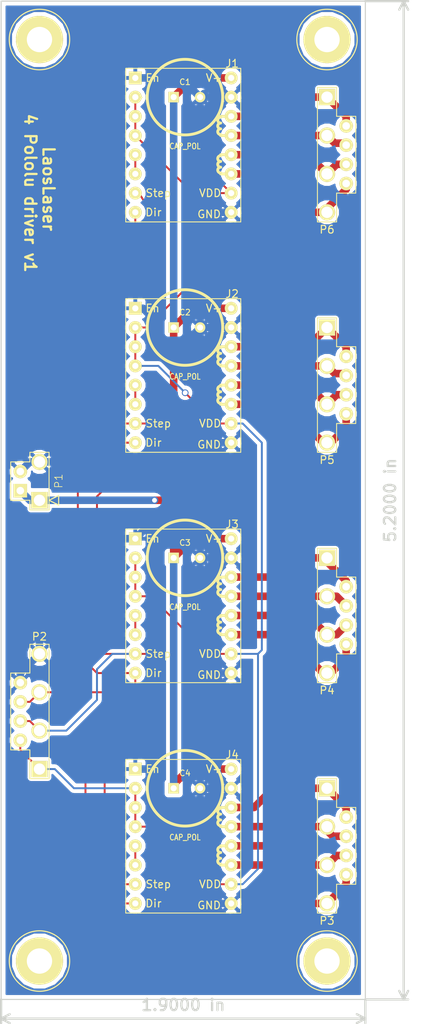
<source format=kicad_pcb>
(kicad_pcb (version 3) (host pcbnew "(2013-jul-07)-stable")

  (general
    (links 91)
    (no_connects 0)
    (area 9.705716 20.068539 77.294285 157.64)
    (thickness 1.6)
    (drawings 7)
    (tracks 250)
    (zones 0)
    (modules 18)
    (nets 26)
  )

  (page A3)
  (layers
    (15 F.Cu signal)
    (0 B.Cu signal)
    (16 B.Adhes user)
    (17 F.Adhes user)
    (18 B.Paste user)
    (19 F.Paste user)
    (20 B.SilkS user)
    (21 F.SilkS user)
    (22 B.Mask user)
    (23 F.Mask user)
    (24 Dwgs.User user)
    (25 Cmts.User user)
    (26 Eco1.User user)
    (27 Eco2.User user)
    (28 Edge.Cuts user)
  )

  (setup
    (last_trace_width 0.254)
    (trace_clearance 0.254)
    (zone_clearance 0.508)
    (zone_45_only no)
    (trace_min 0.254)
    (segment_width 0.2)
    (edge_width 0.15)
    (via_size 0.889)
    (via_drill 0.635)
    (via_min_size 0.889)
    (via_min_drill 0.508)
    (uvia_size 0.508)
    (uvia_drill 0.127)
    (uvias_allowed no)
    (uvia_min_size 0.508)
    (uvia_min_drill 0.127)
    (pcb_text_width 0.3)
    (pcb_text_size 1.5 1.5)
    (mod_edge_width 0.15)
    (mod_text_size 1.5 1.5)
    (mod_text_width 0.15)
    (pad_size 1.524 1.524)
    (pad_drill 0.762)
    (pad_to_mask_clearance 0.2)
    (aux_axis_origin 0 0)
    (visible_elements FFFFFFBF)
    (pcbplotparams
      (layerselection 283148289)
      (usegerberextensions true)
      (excludeedgelayer true)
      (linewidth 0.100000)
      (plotframeref false)
      (viasonmask false)
      (mode 1)
      (useauxorigin false)
      (hpglpennumber 1)
      (hpglpenspeed 20)
      (hpglpendiameter 15)
      (hpglpenoverlay 2)
      (psnegative false)
      (psa4output false)
      (plotreference true)
      (plotvalue true)
      (plotothertext true)
      (plotinvisibletext false)
      (padsonsilk false)
      (subtractmaskfromsilk false)
      (outputformat 1)
      (mirror false)
      (drillshape 0)
      (scaleselection 1)
      (outputdirectory output/))
  )

  (net 0 "")
  (net 1 +24V)
  (net 2 +3V3)
  (net 3 /Z1A+)
  (net 4 /Z1A-)
  (net 5 /Z1B+)
  (net 6 /Z1B-)
  (net 7 /Z2A+)
  (net 8 /Z2A-)
  (net 9 /Z2B+)
  (net 10 /Z2B-)
  (net 11 /Z3A+)
  (net 12 /Z3A-)
  (net 13 /Z3B+)
  (net 14 /Z3B-)
  (net 15 /Z4A+)
  (net 16 /Z4A-)
  (net 17 /Z4B+)
  (net 18 /Z4B-)
  (net 19 /ZDIR)
  (net 20 /ZSTEP)
  (net 21 GND)
  (net 22 N-0000022)
  (net 23 N-0000023)
  (net 24 N-0000024)
  (net 25 N-0000025)

  (net_class Default "This is the default net class."
    (clearance 0.254)
    (trace_width 0.254)
    (via_dia 0.889)
    (via_drill 0.635)
    (uvia_dia 0.508)
    (uvia_drill 0.127)
    (add_net "")
    (add_net +3V3)
    (add_net /ZDIR)
    (add_net /ZSTEP)
    (add_net N-0000022)
    (add_net N-0000023)
    (add_net N-0000024)
    (add_net N-0000025)
  )

  (net_class Power ""
    (clearance 0.254)
    (trace_width 1)
    (via_dia 0.889)
    (via_drill 0.635)
    (uvia_dia 0.508)
    (uvia_drill 0.127)
    (add_net +24V)
    (add_net /Z1A+)
    (add_net /Z1A-)
    (add_net /Z1B+)
    (add_net /Z1B-)
    (add_net /Z2A+)
    (add_net /Z2A-)
    (add_net /Z2B+)
    (add_net /Z2B-)
    (add_net /Z3A+)
    (add_net /Z3A-)
    (add_net /Z3B+)
    (add_net /Z3B-)
    (add_net /Z4A+)
    (add_net /Z4A-)
    (add_net /Z4B+)
    (add_net /Z4B-)
    (add_net GND)
  )

  (module POLOLU1201 (layer F.Cu) (tedit 53090132) (tstamp 54EDDAC3)
    (at 33.02 60.96)
    (path /54DC79CA)
    (fp_text reference J2 (at 12.827 -1.905) (layer F.SilkS)
      (effects (font (size 1.016 1.016) (thickness 0.1524)))
    )
    (fp_text value POLOLU1201 (at 6.35 20.32) (layer F.SilkS) hide
      (effects (font (size 1.524 1.524) (thickness 0.3048)))
    )
    (fp_line (start 12.7 5.08) (end 11.303 5.08) (layer F.SilkS) (width 0.381))
    (fp_line (start 11.303 7.62) (end 12.7 7.62) (layer F.SilkS) (width 0.381))
    (fp_arc (start 11.303 7.112) (end 11.303 7.493) (angle 90) (layer F.SilkS) (width 0.381))
    (fp_arc (start 11.303 7.112) (end 10.922 7.112) (angle 90) (layer F.SilkS) (width 0.381))
    (fp_arc (start 11.303 6.35) (end 11.303 6.731) (angle 90) (layer F.SilkS) (width 0.381))
    (fp_arc (start 11.303 6.35) (end 10.922 6.35) (angle 90) (layer F.SilkS) (width 0.381))
    (fp_arc (start 11.303 5.588) (end 11.303 5.969) (angle 90) (layer F.SilkS) (width 0.381))
    (fp_arc (start 11.303 5.588) (end 10.922 5.588) (angle 90) (layer F.SilkS) (width 0.381))
    (fp_arc (start 11.303 10.668) (end 10.922 10.668) (angle 90) (layer F.SilkS) (width 0.381))
    (fp_arc (start 11.303 10.668) (end 11.303 11.049) (angle 90) (layer F.SilkS) (width 0.381))
    (fp_arc (start 11.303 11.43) (end 10.922 11.43) (angle 90) (layer F.SilkS) (width 0.381))
    (fp_arc (start 11.303 11.43) (end 11.303 11.811) (angle 90) (layer F.SilkS) (width 0.381))
    (fp_arc (start 11.303 12.192) (end 10.922 12.192) (angle 90) (layer F.SilkS) (width 0.381))
    (fp_arc (start 11.303 12.192) (end 11.303 12.573) (angle 90) (layer F.SilkS) (width 0.381))
    (fp_line (start 11.303 12.7) (end 12.7 12.7) (layer F.SilkS) (width 0.381))
    (fp_line (start 12.7 10.16) (end 11.303 10.16) (layer F.SilkS) (width 0.381))
    (fp_text user V+ (at 10.414 0) (layer F.SilkS)
      (effects (font (size 1.016 1.016) (thickness 0.1524)))
    )
    (fp_text user VDD (at 9.906 15.24) (layer F.SilkS)
      (effects (font (size 1.016 1.016) (thickness 0.1524)))
    )
    (fp_text user GND (at 9.779 18.034) (layer F.SilkS)
      (effects (font (size 1.016 1.016) (thickness 0.1524)))
    )
    (fp_text user Dir (at 2.413 17.78) (layer F.SilkS)
      (effects (font (size 1.016 1.016) (thickness 0.1524)))
    )
    (fp_text user Step (at 3.048 15.24) (layer F.SilkS)
      (effects (font (size 1.016 1.016) (thickness 0.1524)))
    )
    (fp_text user En (at 2.286 0) (layer F.SilkS)
      (effects (font (size 1.016 1.016) (thickness 0.1524)))
    )
    (fp_line (start -1.27 -1.27) (end 13.97 -1.27) (layer F.SilkS) (width 0.127))
    (fp_line (start 13.97 -1.27) (end 13.97 19.05) (layer F.SilkS) (width 0.127))
    (fp_line (start 13.97 19.05) (end -1.27 19.05) (layer F.SilkS) (width 0.127))
    (fp_line (start -1.27 19.05) (end -1.27 -1.27) (layer F.SilkS) (width 0.127))
    (pad 1 thru_hole rect (at 0 0) (size 1.69926 1.69926) (drill 0.8128)
      (layers *.Cu *.Mask F.SilkS)
      (net 21 GND)
    )
    (pad 2 thru_hole circle (at 0 2.54) (size 1.69926 1.69926) (drill 0.8128)
      (layers *.Cu *.Mask F.SilkS)
      (net 2 +3V3)
    )
    (pad 3 thru_hole circle (at 0 5.08) (size 1.69926 1.69926) (drill 0.8128)
      (layers *.Cu *.Mask F.SilkS)
      (net 2 +3V3)
    )
    (pad 4 thru_hole circle (at 0 7.62) (size 1.69926 1.69926) (drill 0.8128)
      (layers *.Cu *.Mask F.SilkS)
      (net 2 +3V3)
    )
    (pad 5 thru_hole circle (at 0 10.16) (size 1.69926 1.69926) (drill 0.8128)
      (layers *.Cu *.Mask F.SilkS)
      (net 25 N-0000025)
    )
    (pad 6 thru_hole circle (at 0 12.7) (size 1.69926 1.69926) (drill 0.8128)
      (layers *.Cu *.Mask F.SilkS)
      (net 25 N-0000025)
    )
    (pad 7 thru_hole circle (at 0 15.24) (size 1.69926 1.69926) (drill 0.8128)
      (layers *.Cu *.Mask F.SilkS)
      (net 20 /ZSTEP)
    )
    (pad 8 thru_hole circle (at 0 17.78) (size 1.69926 1.69926) (drill 0.8128)
      (layers *.Cu *.Mask F.SilkS)
      (net 19 /ZDIR)
    )
    (pad 9 thru_hole circle (at 12.7 17.78) (size 1.69926 1.69926) (drill 0.8128)
      (layers *.Cu *.Mask F.SilkS)
      (net 21 GND)
    )
    (pad 10 thru_hole circle (at 12.7 15.24) (size 1.69926 1.69926) (drill 0.8128)
      (layers *.Cu *.Mask F.SilkS)
      (net 2 +3V3)
    )
    (pad 11 thru_hole circle (at 12.7 12.7) (size 1.69926 1.69926) (drill 0.8128)
      (layers *.Cu *.Mask F.SilkS)
      (net 7 /Z2A+)
    )
    (pad 12 thru_hole circle (at 12.7 10.16) (size 1.69926 1.69926) (drill 0.8128)
      (layers *.Cu *.Mask F.SilkS)
      (net 8 /Z2A-)
    )
    (pad 13 thru_hole circle (at 12.7 7.62) (size 1.69926 1.69926) (drill 0.8128)
      (layers *.Cu *.Mask F.SilkS)
      (net 9 /Z2B+)
    )
    (pad 14 thru_hole circle (at 12.7 5.08) (size 1.69926 1.69926) (drill 0.8128)
      (layers *.Cu *.Mask F.SilkS)
      (net 10 /Z2B-)
    )
    (pad 15 thru_hole circle (at 12.7 2.54) (size 1.69926 1.69926) (drill 0.8128)
      (layers *.Cu *.Mask F.SilkS)
      (net 21 GND)
    )
    (pad 16 thru_hole circle (at 12.7 0) (size 1.69926 1.69926) (drill 0.8128)
      (layers *.Cu *.Mask F.SilkS)
      (net 1 +24V)
    )
  )

  (module POLOLU1201 (layer F.Cu) (tedit 53090132) (tstamp 54EDDAF1)
    (at 33.02 91.44)
    (path /54DC79D9)
    (fp_text reference J3 (at 12.827 -1.905) (layer F.SilkS)
      (effects (font (size 1.016 1.016) (thickness 0.1524)))
    )
    (fp_text value POLOLU1201 (at 6.35 20.32) (layer F.SilkS) hide
      (effects (font (size 1.524 1.524) (thickness 0.3048)))
    )
    (fp_line (start 12.7 5.08) (end 11.303 5.08) (layer F.SilkS) (width 0.381))
    (fp_line (start 11.303 7.62) (end 12.7 7.62) (layer F.SilkS) (width 0.381))
    (fp_arc (start 11.303 7.112) (end 11.303 7.493) (angle 90) (layer F.SilkS) (width 0.381))
    (fp_arc (start 11.303 7.112) (end 10.922 7.112) (angle 90) (layer F.SilkS) (width 0.381))
    (fp_arc (start 11.303 6.35) (end 11.303 6.731) (angle 90) (layer F.SilkS) (width 0.381))
    (fp_arc (start 11.303 6.35) (end 10.922 6.35) (angle 90) (layer F.SilkS) (width 0.381))
    (fp_arc (start 11.303 5.588) (end 11.303 5.969) (angle 90) (layer F.SilkS) (width 0.381))
    (fp_arc (start 11.303 5.588) (end 10.922 5.588) (angle 90) (layer F.SilkS) (width 0.381))
    (fp_arc (start 11.303 10.668) (end 10.922 10.668) (angle 90) (layer F.SilkS) (width 0.381))
    (fp_arc (start 11.303 10.668) (end 11.303 11.049) (angle 90) (layer F.SilkS) (width 0.381))
    (fp_arc (start 11.303 11.43) (end 10.922 11.43) (angle 90) (layer F.SilkS) (width 0.381))
    (fp_arc (start 11.303 11.43) (end 11.303 11.811) (angle 90) (layer F.SilkS) (width 0.381))
    (fp_arc (start 11.303 12.192) (end 10.922 12.192) (angle 90) (layer F.SilkS) (width 0.381))
    (fp_arc (start 11.303 12.192) (end 11.303 12.573) (angle 90) (layer F.SilkS) (width 0.381))
    (fp_line (start 11.303 12.7) (end 12.7 12.7) (layer F.SilkS) (width 0.381))
    (fp_line (start 12.7 10.16) (end 11.303 10.16) (layer F.SilkS) (width 0.381))
    (fp_text user V+ (at 10.414 0) (layer F.SilkS)
      (effects (font (size 1.016 1.016) (thickness 0.1524)))
    )
    (fp_text user VDD (at 9.906 15.24) (layer F.SilkS)
      (effects (font (size 1.016 1.016) (thickness 0.1524)))
    )
    (fp_text user GND (at 9.779 18.034) (layer F.SilkS)
      (effects (font (size 1.016 1.016) (thickness 0.1524)))
    )
    (fp_text user Dir (at 2.413 17.78) (layer F.SilkS)
      (effects (font (size 1.016 1.016) (thickness 0.1524)))
    )
    (fp_text user Step (at 3.048 15.24) (layer F.SilkS)
      (effects (font (size 1.016 1.016) (thickness 0.1524)))
    )
    (fp_text user En (at 2.286 0) (layer F.SilkS)
      (effects (font (size 1.016 1.016) (thickness 0.1524)))
    )
    (fp_line (start -1.27 -1.27) (end 13.97 -1.27) (layer F.SilkS) (width 0.127))
    (fp_line (start 13.97 -1.27) (end 13.97 19.05) (layer F.SilkS) (width 0.127))
    (fp_line (start 13.97 19.05) (end -1.27 19.05) (layer F.SilkS) (width 0.127))
    (fp_line (start -1.27 19.05) (end -1.27 -1.27) (layer F.SilkS) (width 0.127))
    (pad 1 thru_hole rect (at 0 0) (size 1.69926 1.69926) (drill 0.8128)
      (layers *.Cu *.Mask F.SilkS)
      (net 21 GND)
    )
    (pad 2 thru_hole circle (at 0 2.54) (size 1.69926 1.69926) (drill 0.8128)
      (layers *.Cu *.Mask F.SilkS)
      (net 2 +3V3)
    )
    (pad 3 thru_hole circle (at 0 5.08) (size 1.69926 1.69926) (drill 0.8128)
      (layers *.Cu *.Mask F.SilkS)
      (net 2 +3V3)
    )
    (pad 4 thru_hole circle (at 0 7.62) (size 1.69926 1.69926) (drill 0.8128)
      (layers *.Cu *.Mask F.SilkS)
      (net 2 +3V3)
    )
    (pad 5 thru_hole circle (at 0 10.16) (size 1.69926 1.69926) (drill 0.8128)
      (layers *.Cu *.Mask F.SilkS)
      (net 23 N-0000023)
    )
    (pad 6 thru_hole circle (at 0 12.7) (size 1.69926 1.69926) (drill 0.8128)
      (layers *.Cu *.Mask F.SilkS)
      (net 23 N-0000023)
    )
    (pad 7 thru_hole circle (at 0 15.24) (size 1.69926 1.69926) (drill 0.8128)
      (layers *.Cu *.Mask F.SilkS)
      (net 20 /ZSTEP)
    )
    (pad 8 thru_hole circle (at 0 17.78) (size 1.69926 1.69926) (drill 0.8128)
      (layers *.Cu *.Mask F.SilkS)
      (net 19 /ZDIR)
    )
    (pad 9 thru_hole circle (at 12.7 17.78) (size 1.69926 1.69926) (drill 0.8128)
      (layers *.Cu *.Mask F.SilkS)
      (net 21 GND)
    )
    (pad 10 thru_hole circle (at 12.7 15.24) (size 1.69926 1.69926) (drill 0.8128)
      (layers *.Cu *.Mask F.SilkS)
      (net 2 +3V3)
    )
    (pad 11 thru_hole circle (at 12.7 12.7) (size 1.69926 1.69926) (drill 0.8128)
      (layers *.Cu *.Mask F.SilkS)
      (net 11 /Z3A+)
    )
    (pad 12 thru_hole circle (at 12.7 10.16) (size 1.69926 1.69926) (drill 0.8128)
      (layers *.Cu *.Mask F.SilkS)
      (net 12 /Z3A-)
    )
    (pad 13 thru_hole circle (at 12.7 7.62) (size 1.69926 1.69926) (drill 0.8128)
      (layers *.Cu *.Mask F.SilkS)
      (net 13 /Z3B+)
    )
    (pad 14 thru_hole circle (at 12.7 5.08) (size 1.69926 1.69926) (drill 0.8128)
      (layers *.Cu *.Mask F.SilkS)
      (net 14 /Z3B-)
    )
    (pad 15 thru_hole circle (at 12.7 2.54) (size 1.69926 1.69926) (drill 0.8128)
      (layers *.Cu *.Mask F.SilkS)
      (net 21 GND)
    )
    (pad 16 thru_hole circle (at 12.7 0) (size 1.69926 1.69926) (drill 0.8128)
      (layers *.Cu *.Mask F.SilkS)
      (net 1 +24V)
    )
  )

  (module POLOLU1201 (layer F.Cu) (tedit 53090132) (tstamp 54EDDB1F)
    (at 33.02 121.92)
    (path /54DC79E8)
    (fp_text reference J4 (at 12.827 -1.905) (layer F.SilkS)
      (effects (font (size 1.016 1.016) (thickness 0.1524)))
    )
    (fp_text value POLOLU1201 (at 6.35 20.32) (layer F.SilkS) hide
      (effects (font (size 1.524 1.524) (thickness 0.3048)))
    )
    (fp_line (start 12.7 5.08) (end 11.303 5.08) (layer F.SilkS) (width 0.381))
    (fp_line (start 11.303 7.62) (end 12.7 7.62) (layer F.SilkS) (width 0.381))
    (fp_arc (start 11.303 7.112) (end 11.303 7.493) (angle 90) (layer F.SilkS) (width 0.381))
    (fp_arc (start 11.303 7.112) (end 10.922 7.112) (angle 90) (layer F.SilkS) (width 0.381))
    (fp_arc (start 11.303 6.35) (end 11.303 6.731) (angle 90) (layer F.SilkS) (width 0.381))
    (fp_arc (start 11.303 6.35) (end 10.922 6.35) (angle 90) (layer F.SilkS) (width 0.381))
    (fp_arc (start 11.303 5.588) (end 11.303 5.969) (angle 90) (layer F.SilkS) (width 0.381))
    (fp_arc (start 11.303 5.588) (end 10.922 5.588) (angle 90) (layer F.SilkS) (width 0.381))
    (fp_arc (start 11.303 10.668) (end 10.922 10.668) (angle 90) (layer F.SilkS) (width 0.381))
    (fp_arc (start 11.303 10.668) (end 11.303 11.049) (angle 90) (layer F.SilkS) (width 0.381))
    (fp_arc (start 11.303 11.43) (end 10.922 11.43) (angle 90) (layer F.SilkS) (width 0.381))
    (fp_arc (start 11.303 11.43) (end 11.303 11.811) (angle 90) (layer F.SilkS) (width 0.381))
    (fp_arc (start 11.303 12.192) (end 10.922 12.192) (angle 90) (layer F.SilkS) (width 0.381))
    (fp_arc (start 11.303 12.192) (end 11.303 12.573) (angle 90) (layer F.SilkS) (width 0.381))
    (fp_line (start 11.303 12.7) (end 12.7 12.7) (layer F.SilkS) (width 0.381))
    (fp_line (start 12.7 10.16) (end 11.303 10.16) (layer F.SilkS) (width 0.381))
    (fp_text user V+ (at 10.414 0) (layer F.SilkS)
      (effects (font (size 1.016 1.016) (thickness 0.1524)))
    )
    (fp_text user VDD (at 9.906 15.24) (layer F.SilkS)
      (effects (font (size 1.016 1.016) (thickness 0.1524)))
    )
    (fp_text user GND (at 9.779 18.034) (layer F.SilkS)
      (effects (font (size 1.016 1.016) (thickness 0.1524)))
    )
    (fp_text user Dir (at 2.413 17.78) (layer F.SilkS)
      (effects (font (size 1.016 1.016) (thickness 0.1524)))
    )
    (fp_text user Step (at 3.048 15.24) (layer F.SilkS)
      (effects (font (size 1.016 1.016) (thickness 0.1524)))
    )
    (fp_text user En (at 2.286 0) (layer F.SilkS)
      (effects (font (size 1.016 1.016) (thickness 0.1524)))
    )
    (fp_line (start -1.27 -1.27) (end 13.97 -1.27) (layer F.SilkS) (width 0.127))
    (fp_line (start 13.97 -1.27) (end 13.97 19.05) (layer F.SilkS) (width 0.127))
    (fp_line (start 13.97 19.05) (end -1.27 19.05) (layer F.SilkS) (width 0.127))
    (fp_line (start -1.27 19.05) (end -1.27 -1.27) (layer F.SilkS) (width 0.127))
    (pad 1 thru_hole rect (at 0 0) (size 1.69926 1.69926) (drill 0.8128)
      (layers *.Cu *.Mask F.SilkS)
      (net 21 GND)
    )
    (pad 2 thru_hole circle (at 0 2.54) (size 1.69926 1.69926) (drill 0.8128)
      (layers *.Cu *.Mask F.SilkS)
      (net 2 +3V3)
    )
    (pad 3 thru_hole circle (at 0 5.08) (size 1.69926 1.69926) (drill 0.8128)
      (layers *.Cu *.Mask F.SilkS)
      (net 2 +3V3)
    )
    (pad 4 thru_hole circle (at 0 7.62) (size 1.69926 1.69926) (drill 0.8128)
      (layers *.Cu *.Mask F.SilkS)
      (net 2 +3V3)
    )
    (pad 5 thru_hole circle (at 0 10.16) (size 1.69926 1.69926) (drill 0.8128)
      (layers *.Cu *.Mask F.SilkS)
      (net 22 N-0000022)
    )
    (pad 6 thru_hole circle (at 0 12.7) (size 1.69926 1.69926) (drill 0.8128)
      (layers *.Cu *.Mask F.SilkS)
      (net 22 N-0000022)
    )
    (pad 7 thru_hole circle (at 0 15.24) (size 1.69926 1.69926) (drill 0.8128)
      (layers *.Cu *.Mask F.SilkS)
      (net 20 /ZSTEP)
    )
    (pad 8 thru_hole circle (at 0 17.78) (size 1.69926 1.69926) (drill 0.8128)
      (layers *.Cu *.Mask F.SilkS)
      (net 19 /ZDIR)
    )
    (pad 9 thru_hole circle (at 12.7 17.78) (size 1.69926 1.69926) (drill 0.8128)
      (layers *.Cu *.Mask F.SilkS)
      (net 21 GND)
    )
    (pad 10 thru_hole circle (at 12.7 15.24) (size 1.69926 1.69926) (drill 0.8128)
      (layers *.Cu *.Mask F.SilkS)
      (net 2 +3V3)
    )
    (pad 11 thru_hole circle (at 12.7 12.7) (size 1.69926 1.69926) (drill 0.8128)
      (layers *.Cu *.Mask F.SilkS)
      (net 15 /Z4A+)
    )
    (pad 12 thru_hole circle (at 12.7 10.16) (size 1.69926 1.69926) (drill 0.8128)
      (layers *.Cu *.Mask F.SilkS)
      (net 16 /Z4A-)
    )
    (pad 13 thru_hole circle (at 12.7 7.62) (size 1.69926 1.69926) (drill 0.8128)
      (layers *.Cu *.Mask F.SilkS)
      (net 17 /Z4B+)
    )
    (pad 14 thru_hole circle (at 12.7 5.08) (size 1.69926 1.69926) (drill 0.8128)
      (layers *.Cu *.Mask F.SilkS)
      (net 18 /Z4B-)
    )
    (pad 15 thru_hole circle (at 12.7 2.54) (size 1.69926 1.69926) (drill 0.8128)
      (layers *.Cu *.Mask F.SilkS)
      (net 21 GND)
    )
    (pad 16 thru_hole circle (at 12.7 0) (size 1.69926 1.69926) (drill 0.8128)
      (layers *.Cu *.Mask F.SilkS)
      (net 1 +24V)
    )
  )

  (module POLOLU1201 (layer F.Cu) (tedit 53090132) (tstamp 54EDDB4D)
    (at 33.02 30.48)
    (path /54DC79BB)
    (fp_text reference J1 (at 12.827 -1.905) (layer F.SilkS)
      (effects (font (size 1.016 1.016) (thickness 0.1524)))
    )
    (fp_text value POLOLU1201 (at 6.35 20.32) (layer F.SilkS) hide
      (effects (font (size 1.524 1.524) (thickness 0.3048)))
    )
    (fp_line (start 12.7 5.08) (end 11.303 5.08) (layer F.SilkS) (width 0.381))
    (fp_line (start 11.303 7.62) (end 12.7 7.62) (layer F.SilkS) (width 0.381))
    (fp_arc (start 11.303 7.112) (end 11.303 7.493) (angle 90) (layer F.SilkS) (width 0.381))
    (fp_arc (start 11.303 7.112) (end 10.922 7.112) (angle 90) (layer F.SilkS) (width 0.381))
    (fp_arc (start 11.303 6.35) (end 11.303 6.731) (angle 90) (layer F.SilkS) (width 0.381))
    (fp_arc (start 11.303 6.35) (end 10.922 6.35) (angle 90) (layer F.SilkS) (width 0.381))
    (fp_arc (start 11.303 5.588) (end 11.303 5.969) (angle 90) (layer F.SilkS) (width 0.381))
    (fp_arc (start 11.303 5.588) (end 10.922 5.588) (angle 90) (layer F.SilkS) (width 0.381))
    (fp_arc (start 11.303 10.668) (end 10.922 10.668) (angle 90) (layer F.SilkS) (width 0.381))
    (fp_arc (start 11.303 10.668) (end 11.303 11.049) (angle 90) (layer F.SilkS) (width 0.381))
    (fp_arc (start 11.303 11.43) (end 10.922 11.43) (angle 90) (layer F.SilkS) (width 0.381))
    (fp_arc (start 11.303 11.43) (end 11.303 11.811) (angle 90) (layer F.SilkS) (width 0.381))
    (fp_arc (start 11.303 12.192) (end 10.922 12.192) (angle 90) (layer F.SilkS) (width 0.381))
    (fp_arc (start 11.303 12.192) (end 11.303 12.573) (angle 90) (layer F.SilkS) (width 0.381))
    (fp_line (start 11.303 12.7) (end 12.7 12.7) (layer F.SilkS) (width 0.381))
    (fp_line (start 12.7 10.16) (end 11.303 10.16) (layer F.SilkS) (width 0.381))
    (fp_text user V+ (at 10.414 0) (layer F.SilkS)
      (effects (font (size 1.016 1.016) (thickness 0.1524)))
    )
    (fp_text user VDD (at 9.906 15.24) (layer F.SilkS)
      (effects (font (size 1.016 1.016) (thickness 0.1524)))
    )
    (fp_text user GND (at 9.779 18.034) (layer F.SilkS)
      (effects (font (size 1.016 1.016) (thickness 0.1524)))
    )
    (fp_text user Dir (at 2.413 17.78) (layer F.SilkS)
      (effects (font (size 1.016 1.016) (thickness 0.1524)))
    )
    (fp_text user Step (at 3.048 15.24) (layer F.SilkS)
      (effects (font (size 1.016 1.016) (thickness 0.1524)))
    )
    (fp_text user En (at 2.286 0) (layer F.SilkS)
      (effects (font (size 1.016 1.016) (thickness 0.1524)))
    )
    (fp_line (start -1.27 -1.27) (end 13.97 -1.27) (layer F.SilkS) (width 0.127))
    (fp_line (start 13.97 -1.27) (end 13.97 19.05) (layer F.SilkS) (width 0.127))
    (fp_line (start 13.97 19.05) (end -1.27 19.05) (layer F.SilkS) (width 0.127))
    (fp_line (start -1.27 19.05) (end -1.27 -1.27) (layer F.SilkS) (width 0.127))
    (pad 1 thru_hole rect (at 0 0) (size 1.69926 1.69926) (drill 0.8128)
      (layers *.Cu *.Mask F.SilkS)
      (net 21 GND)
    )
    (pad 2 thru_hole circle (at 0 2.54) (size 1.69926 1.69926) (drill 0.8128)
      (layers *.Cu *.Mask F.SilkS)
      (net 2 +3V3)
    )
    (pad 3 thru_hole circle (at 0 5.08) (size 1.69926 1.69926) (drill 0.8128)
      (layers *.Cu *.Mask F.SilkS)
      (net 2 +3V3)
    )
    (pad 4 thru_hole circle (at 0 7.62) (size 1.69926 1.69926) (drill 0.8128)
      (layers *.Cu *.Mask F.SilkS)
      (net 2 +3V3)
    )
    (pad 5 thru_hole circle (at 0 10.16) (size 1.69926 1.69926) (drill 0.8128)
      (layers *.Cu *.Mask F.SilkS)
      (net 24 N-0000024)
    )
    (pad 6 thru_hole circle (at 0 12.7) (size 1.69926 1.69926) (drill 0.8128)
      (layers *.Cu *.Mask F.SilkS)
      (net 24 N-0000024)
    )
    (pad 7 thru_hole circle (at 0 15.24) (size 1.69926 1.69926) (drill 0.8128)
      (layers *.Cu *.Mask F.SilkS)
      (net 20 /ZSTEP)
    )
    (pad 8 thru_hole circle (at 0 17.78) (size 1.69926 1.69926) (drill 0.8128)
      (layers *.Cu *.Mask F.SilkS)
      (net 19 /ZDIR)
    )
    (pad 9 thru_hole circle (at 12.7 17.78) (size 1.69926 1.69926) (drill 0.8128)
      (layers *.Cu *.Mask F.SilkS)
      (net 21 GND)
    )
    (pad 10 thru_hole circle (at 12.7 15.24) (size 1.69926 1.69926) (drill 0.8128)
      (layers *.Cu *.Mask F.SilkS)
      (net 2 +3V3)
    )
    (pad 11 thru_hole circle (at 12.7 12.7) (size 1.69926 1.69926) (drill 0.8128)
      (layers *.Cu *.Mask F.SilkS)
      (net 3 /Z1A+)
    )
    (pad 12 thru_hole circle (at 12.7 10.16) (size 1.69926 1.69926) (drill 0.8128)
      (layers *.Cu *.Mask F.SilkS)
      (net 4 /Z1A-)
    )
    (pad 13 thru_hole circle (at 12.7 7.62) (size 1.69926 1.69926) (drill 0.8128)
      (layers *.Cu *.Mask F.SilkS)
      (net 5 /Z1B+)
    )
    (pad 14 thru_hole circle (at 12.7 5.08) (size 1.69926 1.69926) (drill 0.8128)
      (layers *.Cu *.Mask F.SilkS)
      (net 6 /Z1B-)
    )
    (pad 15 thru_hole circle (at 12.7 2.54) (size 1.69926 1.69926) (drill 0.8128)
      (layers *.Cu *.Mask F.SilkS)
      (net 21 GND)
    )
    (pad 16 thru_hole circle (at 12.7 0) (size 1.69926 1.69926) (drill 0.8128)
      (layers *.Cu *.Mask F.SilkS)
      (net 1 +24V)
    )
  )

  (module HOLE_3MM (layer F.Cu) (tedit 52C174D5) (tstamp 54EDDB55)
    (at 58.42 147.32)
    (descr "Mechanical hole, M3")
    (path /54DCA665)
    (attr virtual)
    (fp_text reference H4 (at 0 0) (layer F.SilkS) hide
      (effects (font (size 1.016 1.016) (thickness 0.1524)))
    )
    (fp_text value MOUNT_HOLE (at 0 0) (layer F.SilkS) hide
      (effects (font (size 1.016 1.016) (thickness 0.1524)))
    )
    (fp_circle (center 0 0) (end 4.0005 0) (layer F.SilkS) (width 0.1524))
    (fp_line (start 5.00126 0) (end -5.00126 0) (layer Dwgs.User) (width 0.1524))
    (fp_line (start 0 -5.00126) (end 0 5.00126) (layer Dwgs.User) (width 0.1524))
    (pad HOLE thru_hole circle (at 0 0) (size 6.25094 6.25094) (drill 3.35026)
      (layers *.Cu *.Mask F.SilkS)
    )
  )

  (module HOLE_3MM (layer F.Cu) (tedit 52C174D5) (tstamp 54EDDB5D)
    (at 20.32 147.32)
    (descr "Mechanical hole, M3")
    (path /54DCA656)
    (attr virtual)
    (fp_text reference H3 (at 0 0) (layer F.SilkS) hide
      (effects (font (size 1.016 1.016) (thickness 0.1524)))
    )
    (fp_text value MOUNT_HOLE (at 0 0) (layer F.SilkS) hide
      (effects (font (size 1.016 1.016) (thickness 0.1524)))
    )
    (fp_circle (center 0 0) (end 4.0005 0) (layer F.SilkS) (width 0.1524))
    (fp_line (start 5.00126 0) (end -5.00126 0) (layer Dwgs.User) (width 0.1524))
    (fp_line (start 0 -5.00126) (end 0 5.00126) (layer Dwgs.User) (width 0.1524))
    (pad HOLE thru_hole circle (at 0 0) (size 6.25094 6.25094) (drill 3.35026)
      (layers *.Cu *.Mask F.SilkS)
    )
  )

  (module HOLE_3MM (layer F.Cu) (tedit 52C174D5) (tstamp 54EDDB65)
    (at 58.42 25.4)
    (descr "Mechanical hole, M3")
    (path /54DCA647)
    (attr virtual)
    (fp_text reference H2 (at 0 0) (layer F.SilkS) hide
      (effects (font (size 1.016 1.016) (thickness 0.1524)))
    )
    (fp_text value MOUNT_HOLE (at 0 0) (layer F.SilkS) hide
      (effects (font (size 1.016 1.016) (thickness 0.1524)))
    )
    (fp_circle (center 0 0) (end 4.0005 0) (layer F.SilkS) (width 0.1524))
    (fp_line (start 5.00126 0) (end -5.00126 0) (layer Dwgs.User) (width 0.1524))
    (fp_line (start 0 -5.00126) (end 0 5.00126) (layer Dwgs.User) (width 0.1524))
    (pad HOLE thru_hole circle (at 0 0) (size 6.25094 6.25094) (drill 3.35026)
      (layers *.Cu *.Mask F.SilkS)
    )
  )

  (module HOLE_3MM (layer F.Cu) (tedit 52C174D5) (tstamp 54EDDB6D)
    (at 20.32 25.4)
    (descr "Mechanical hole, M3")
    (path /54DCA638)
    (attr virtual)
    (fp_text reference H1 (at 0 0) (layer F.SilkS) hide
      (effects (font (size 1.016 1.016) (thickness 0.1524)))
    )
    (fp_text value MOUNT_HOLE (at 0 0) (layer F.SilkS) hide
      (effects (font (size 1.016 1.016) (thickness 0.1524)))
    )
    (fp_circle (center 0 0) (end 4.0005 0) (layer F.SilkS) (width 0.1524))
    (fp_line (start 5.00126 0) (end -5.00126 0) (layer Dwgs.User) (width 0.1524))
    (fp_line (start 0 -5.00126) (end 0 5.00126) (layer Dwgs.User) (width 0.1524))
    (pad HOLE thru_hole circle (at 0 0) (size 6.25094 6.25094) (drill 3.35026)
      (layers *.Cu *.Mask F.SilkS)
    )
  )

  (module CONN_4 (layer F.Cu) (tedit 52C17C06) (tstamp 54EDDB81)
    (at 20.32 114.3 90)
    (descr "Pinstrip 2 pin, pitch 2.54 mm")
    (path /54DC9439)
    (fp_text reference P2 (at 9.906 0 180) (layer F.SilkS)
      (effects (font (size 1.016 1.016) (thickness 0.1524)))
    )
    (fp_text value CONN_4 (at 0 2.54 90) (layer F.SilkS) hide
      (effects (font (size 1.016 1.016) (thickness 0.1524)))
    )
    (fp_line (start 5.08 -1.27) (end 8.89 -1.27) (layer F.SilkS) (width 0.127))
    (fp_line (start -8.89 -1.27) (end -5.08 -1.27) (layer F.SilkS) (width 0.127))
    (fp_line (start 5.08 -1.27) (end 5.08 -3.81) (layer F.SilkS) (width 0.127))
    (fp_line (start 5.08 -3.81) (end -5.08 -3.81) (layer F.SilkS) (width 0.127))
    (fp_line (start -5.08 -3.81) (end -5.08 -1.27) (layer F.SilkS) (width 0.127))
    (fp_line (start -8.89 1.27) (end 8.89 1.27) (layer F.SilkS) (width 0.127))
    (fp_line (start 8.89 -1.27) (end 8.89 1.27) (layer F.SilkS) (width 0.127))
    (fp_line (start -8.89 -1.27) (end -8.89 1.27) (layer F.SilkS) (width 0.127))
    (pad 1 thru_hole rect (at -7.62 0 90) (size 2.14884 2.14884) (drill 1.50114)
      (layers *.Cu *.Mask F.SilkS)
      (net 2 +3V3)
    )
    (pad 2 thru_hole circle (at -2.54 0 90) (size 2.14884 2.14884) (drill 1.50114)
      (layers *.Cu *.Mask F.SilkS)
      (net 20 /ZSTEP)
    )
    (pad 3 thru_hole circle (at 2.54 0 90) (size 2.14884 2.14884) (drill 1.50114)
      (layers *.Cu *.Mask F.SilkS)
      (net 19 /ZDIR)
    )
    (pad 4 thru_hole circle (at 7.62 0 90) (size 2.14884 2.14884) (drill 1.50114)
      (layers *.Cu *.Mask F.SilkS)
      (net 21 GND)
    )
    (pad 1 thru_hole circle (at -3.81 -2.54 90) (size 1.80086 1.80086) (drill 1.00076)
      (layers *.Cu *.Mask F.SilkS)
      (net 2 +3V3)
    )
    (pad 2 thru_hole circle (at -1.27 -2.54 90) (size 1.80086 1.80086) (drill 1.00076)
      (layers *.Cu *.Mask F.SilkS)
      (net 20 /ZSTEP)
    )
    (pad 3 thru_hole circle (at 1.27 -2.54 90) (size 1.80086 1.80086) (drill 1.00076)
      (layers *.Cu *.Mask F.SilkS)
      (net 19 /ZDIR)
    )
    (pad 4 thru_hole circle (at 3.81 -2.54 90) (size 1.80086 1.80086) (drill 1.00076)
      (layers *.Cu *.Mask F.SilkS)
      (net 21 GND)
    )
  )

  (module CONN_4 (layer F.Cu) (tedit 52C17C06) (tstamp 54EDDB95)
    (at 58.42 132.08 270)
    (descr "Pinstrip 2 pin, pitch 2.54 mm")
    (path /54DC82A6)
    (fp_text reference P3 (at 9.906 0 360) (layer F.SilkS)
      (effects (font (size 1.016 1.016) (thickness 0.1524)))
    )
    (fp_text value CONN_4 (at 0 2.54 270) (layer F.SilkS) hide
      (effects (font (size 1.016 1.016) (thickness 0.1524)))
    )
    (fp_line (start 5.08 -1.27) (end 8.89 -1.27) (layer F.SilkS) (width 0.127))
    (fp_line (start -8.89 -1.27) (end -5.08 -1.27) (layer F.SilkS) (width 0.127))
    (fp_line (start 5.08 -1.27) (end 5.08 -3.81) (layer F.SilkS) (width 0.127))
    (fp_line (start 5.08 -3.81) (end -5.08 -3.81) (layer F.SilkS) (width 0.127))
    (fp_line (start -5.08 -3.81) (end -5.08 -1.27) (layer F.SilkS) (width 0.127))
    (fp_line (start -8.89 1.27) (end 8.89 1.27) (layer F.SilkS) (width 0.127))
    (fp_line (start 8.89 -1.27) (end 8.89 1.27) (layer F.SilkS) (width 0.127))
    (fp_line (start -8.89 -1.27) (end -8.89 1.27) (layer F.SilkS) (width 0.127))
    (pad 1 thru_hole rect (at -7.62 0 270) (size 2.14884 2.14884) (drill 1.50114)
      (layers *.Cu *.Mask F.SilkS)
      (net 18 /Z4B-)
    )
    (pad 2 thru_hole circle (at -2.54 0 270) (size 2.14884 2.14884) (drill 1.50114)
      (layers *.Cu *.Mask F.SilkS)
      (net 17 /Z4B+)
    )
    (pad 3 thru_hole circle (at 2.54 0 270) (size 2.14884 2.14884) (drill 1.50114)
      (layers *.Cu *.Mask F.SilkS)
      (net 16 /Z4A-)
    )
    (pad 4 thru_hole circle (at 7.62 0 270) (size 2.14884 2.14884) (drill 1.50114)
      (layers *.Cu *.Mask F.SilkS)
      (net 15 /Z4A+)
    )
    (pad 1 thru_hole circle (at -3.81 -2.54 270) (size 1.80086 1.80086) (drill 1.00076)
      (layers *.Cu *.Mask F.SilkS)
      (net 18 /Z4B-)
    )
    (pad 2 thru_hole circle (at -1.27 -2.54 270) (size 1.80086 1.80086) (drill 1.00076)
      (layers *.Cu *.Mask F.SilkS)
      (net 17 /Z4B+)
    )
    (pad 3 thru_hole circle (at 1.27 -2.54 270) (size 1.80086 1.80086) (drill 1.00076)
      (layers *.Cu *.Mask F.SilkS)
      (net 16 /Z4A-)
    )
    (pad 4 thru_hole circle (at 3.81 -2.54 270) (size 1.80086 1.80086) (drill 1.00076)
      (layers *.Cu *.Mask F.SilkS)
      (net 15 /Z4A+)
    )
  )

  (module CONN_4 (layer F.Cu) (tedit 52C17C06) (tstamp 54EDDBA9)
    (at 58.42 101.6 270)
    (descr "Pinstrip 2 pin, pitch 2.54 mm")
    (path /54DC8297)
    (fp_text reference P4 (at 9.906 0 360) (layer F.SilkS)
      (effects (font (size 1.016 1.016) (thickness 0.1524)))
    )
    (fp_text value CONN_4 (at 0 2.54 270) (layer F.SilkS) hide
      (effects (font (size 1.016 1.016) (thickness 0.1524)))
    )
    (fp_line (start 5.08 -1.27) (end 8.89 -1.27) (layer F.SilkS) (width 0.127))
    (fp_line (start -8.89 -1.27) (end -5.08 -1.27) (layer F.SilkS) (width 0.127))
    (fp_line (start 5.08 -1.27) (end 5.08 -3.81) (layer F.SilkS) (width 0.127))
    (fp_line (start 5.08 -3.81) (end -5.08 -3.81) (layer F.SilkS) (width 0.127))
    (fp_line (start -5.08 -3.81) (end -5.08 -1.27) (layer F.SilkS) (width 0.127))
    (fp_line (start -8.89 1.27) (end 8.89 1.27) (layer F.SilkS) (width 0.127))
    (fp_line (start 8.89 -1.27) (end 8.89 1.27) (layer F.SilkS) (width 0.127))
    (fp_line (start -8.89 -1.27) (end -8.89 1.27) (layer F.SilkS) (width 0.127))
    (pad 1 thru_hole rect (at -7.62 0 270) (size 2.14884 2.14884) (drill 1.50114)
      (layers *.Cu *.Mask F.SilkS)
      (net 14 /Z3B-)
    )
    (pad 2 thru_hole circle (at -2.54 0 270) (size 2.14884 2.14884) (drill 1.50114)
      (layers *.Cu *.Mask F.SilkS)
      (net 13 /Z3B+)
    )
    (pad 3 thru_hole circle (at 2.54 0 270) (size 2.14884 2.14884) (drill 1.50114)
      (layers *.Cu *.Mask F.SilkS)
      (net 12 /Z3A-)
    )
    (pad 4 thru_hole circle (at 7.62 0 270) (size 2.14884 2.14884) (drill 1.50114)
      (layers *.Cu *.Mask F.SilkS)
      (net 11 /Z3A+)
    )
    (pad 1 thru_hole circle (at -3.81 -2.54 270) (size 1.80086 1.80086) (drill 1.00076)
      (layers *.Cu *.Mask F.SilkS)
      (net 14 /Z3B-)
    )
    (pad 2 thru_hole circle (at -1.27 -2.54 270) (size 1.80086 1.80086) (drill 1.00076)
      (layers *.Cu *.Mask F.SilkS)
      (net 13 /Z3B+)
    )
    (pad 3 thru_hole circle (at 1.27 -2.54 270) (size 1.80086 1.80086) (drill 1.00076)
      (layers *.Cu *.Mask F.SilkS)
      (net 12 /Z3A-)
    )
    (pad 4 thru_hole circle (at 3.81 -2.54 270) (size 1.80086 1.80086) (drill 1.00076)
      (layers *.Cu *.Mask F.SilkS)
      (net 11 /Z3A+)
    )
  )

  (module CONN_4 (layer F.Cu) (tedit 52C17C06) (tstamp 54EDDBBD)
    (at 58.42 71.12 270)
    (descr "Pinstrip 2 pin, pitch 2.54 mm")
    (path /54DC8288)
    (fp_text reference P5 (at 9.906 0 360) (layer F.SilkS)
      (effects (font (size 1.016 1.016) (thickness 0.1524)))
    )
    (fp_text value CONN_4 (at 0 2.54 270) (layer F.SilkS) hide
      (effects (font (size 1.016 1.016) (thickness 0.1524)))
    )
    (fp_line (start 5.08 -1.27) (end 8.89 -1.27) (layer F.SilkS) (width 0.127))
    (fp_line (start -8.89 -1.27) (end -5.08 -1.27) (layer F.SilkS) (width 0.127))
    (fp_line (start 5.08 -1.27) (end 5.08 -3.81) (layer F.SilkS) (width 0.127))
    (fp_line (start 5.08 -3.81) (end -5.08 -3.81) (layer F.SilkS) (width 0.127))
    (fp_line (start -5.08 -3.81) (end -5.08 -1.27) (layer F.SilkS) (width 0.127))
    (fp_line (start -8.89 1.27) (end 8.89 1.27) (layer F.SilkS) (width 0.127))
    (fp_line (start 8.89 -1.27) (end 8.89 1.27) (layer F.SilkS) (width 0.127))
    (fp_line (start -8.89 -1.27) (end -8.89 1.27) (layer F.SilkS) (width 0.127))
    (pad 1 thru_hole rect (at -7.62 0 270) (size 2.14884 2.14884) (drill 1.50114)
      (layers *.Cu *.Mask F.SilkS)
      (net 10 /Z2B-)
    )
    (pad 2 thru_hole circle (at -2.54 0 270) (size 2.14884 2.14884) (drill 1.50114)
      (layers *.Cu *.Mask F.SilkS)
      (net 9 /Z2B+)
    )
    (pad 3 thru_hole circle (at 2.54 0 270) (size 2.14884 2.14884) (drill 1.50114)
      (layers *.Cu *.Mask F.SilkS)
      (net 8 /Z2A-)
    )
    (pad 4 thru_hole circle (at 7.62 0 270) (size 2.14884 2.14884) (drill 1.50114)
      (layers *.Cu *.Mask F.SilkS)
      (net 7 /Z2A+)
    )
    (pad 1 thru_hole circle (at -3.81 -2.54 270) (size 1.80086 1.80086) (drill 1.00076)
      (layers *.Cu *.Mask F.SilkS)
      (net 10 /Z2B-)
    )
    (pad 2 thru_hole circle (at -1.27 -2.54 270) (size 1.80086 1.80086) (drill 1.00076)
      (layers *.Cu *.Mask F.SilkS)
      (net 9 /Z2B+)
    )
    (pad 3 thru_hole circle (at 1.27 -2.54 270) (size 1.80086 1.80086) (drill 1.00076)
      (layers *.Cu *.Mask F.SilkS)
      (net 8 /Z2A-)
    )
    (pad 4 thru_hole circle (at 3.81 -2.54 270) (size 1.80086 1.80086) (drill 1.00076)
      (layers *.Cu *.Mask F.SilkS)
      (net 7 /Z2A+)
    )
  )

  (module CONN_4 (layer F.Cu) (tedit 52C17C06) (tstamp 54EDDBD1)
    (at 58.42 40.64 270)
    (descr "Pinstrip 2 pin, pitch 2.54 mm")
    (path /54DC8279)
    (fp_text reference P6 (at 9.906 0 360) (layer F.SilkS)
      (effects (font (size 1.016 1.016) (thickness 0.1524)))
    )
    (fp_text value CONN_4 (at 0 2.54 270) (layer F.SilkS) hide
      (effects (font (size 1.016 1.016) (thickness 0.1524)))
    )
    (fp_line (start 5.08 -1.27) (end 8.89 -1.27) (layer F.SilkS) (width 0.127))
    (fp_line (start -8.89 -1.27) (end -5.08 -1.27) (layer F.SilkS) (width 0.127))
    (fp_line (start 5.08 -1.27) (end 5.08 -3.81) (layer F.SilkS) (width 0.127))
    (fp_line (start 5.08 -3.81) (end -5.08 -3.81) (layer F.SilkS) (width 0.127))
    (fp_line (start -5.08 -3.81) (end -5.08 -1.27) (layer F.SilkS) (width 0.127))
    (fp_line (start -8.89 1.27) (end 8.89 1.27) (layer F.SilkS) (width 0.127))
    (fp_line (start 8.89 -1.27) (end 8.89 1.27) (layer F.SilkS) (width 0.127))
    (fp_line (start -8.89 -1.27) (end -8.89 1.27) (layer F.SilkS) (width 0.127))
    (pad 1 thru_hole rect (at -7.62 0 270) (size 2.14884 2.14884) (drill 1.50114)
      (layers *.Cu *.Mask F.SilkS)
      (net 6 /Z1B-)
    )
    (pad 2 thru_hole circle (at -2.54 0 270) (size 2.14884 2.14884) (drill 1.50114)
      (layers *.Cu *.Mask F.SilkS)
      (net 5 /Z1B+)
    )
    (pad 3 thru_hole circle (at 2.54 0 270) (size 2.14884 2.14884) (drill 1.50114)
      (layers *.Cu *.Mask F.SilkS)
      (net 4 /Z1A-)
    )
    (pad 4 thru_hole circle (at 7.62 0 270) (size 2.14884 2.14884) (drill 1.50114)
      (layers *.Cu *.Mask F.SilkS)
      (net 3 /Z1A+)
    )
    (pad 1 thru_hole circle (at -3.81 -2.54 270) (size 1.80086 1.80086) (drill 1.00076)
      (layers *.Cu *.Mask F.SilkS)
      (net 6 /Z1B-)
    )
    (pad 2 thru_hole circle (at -1.27 -2.54 270) (size 1.80086 1.80086) (drill 1.00076)
      (layers *.Cu *.Mask F.SilkS)
      (net 5 /Z1B+)
    )
    (pad 3 thru_hole circle (at 1.27 -2.54 270) (size 1.80086 1.80086) (drill 1.00076)
      (layers *.Cu *.Mask F.SilkS)
      (net 4 /Z1A-)
    )
    (pad 4 thru_hole circle (at 3.81 -2.54 270) (size 1.80086 1.80086) (drill 1.00076)
      (layers *.Cu *.Mask F.SilkS)
      (net 3 /Z1A+)
    )
  )

  (module CONN_2 (layer F.Cu) (tedit 4E9AF5C8) (tstamp 54EDDBE4)
    (at 20.32 83.82 90)
    (descr "Pinstrip 2 pin, pitch 2.54 mm")
    (path /54DC9932)
    (fp_text reference P1 (at 0 2.54 90) (layer F.SilkS)
      (effects (font (size 1.00076 1.00076) (thickness 0.09906)))
    )
    (fp_text value CONN_2 (at 0 -5.08 90) (layer F.SilkS) hide
      (effects (font (size 1.00076 1.00076) (thickness 0.09906)))
    )
    (fp_line (start -3.81 1.27) (end 3.81 1.27) (layer F.SilkS) (width 0.127))
    (fp_line (start 3.81 1.27) (end 3.81 -1.27) (layer F.SilkS) (width 0.127))
    (fp_line (start 3.81 -1.27) (end 2.54 -1.27) (layer F.SilkS) (width 0.127))
    (fp_line (start 2.54 -1.27) (end 2.54 -3.81) (layer F.SilkS) (width 0.127))
    (fp_line (start 2.54 -3.81) (end -2.54 -3.81) (layer F.SilkS) (width 0.127))
    (fp_line (start -2.54 -3.81) (end -2.54 -1.27) (layer F.SilkS) (width 0.127))
    (fp_line (start -2.54 -1.27) (end -3.81 -1.27) (layer F.SilkS) (width 0.127))
    (fp_line (start -3.81 -1.27) (end -3.81 1.27) (layer F.SilkS) (width 0.127))
    (fp_line (start -2.54 1.27) (end -3.175 2.54) (layer F.SilkS) (width 0.1524))
    (fp_line (start -3.175 2.54) (end -1.905 2.54) (layer F.SilkS) (width 0.1524))
    (fp_line (start -1.905 2.54) (end -2.54 1.27) (layer F.SilkS) (width 0.1524))
    (pad 1 thru_hole rect (at -2.54 0 90) (size 2.19964 2.19964) (drill 1.50114)
      (layers *.Cu *.Mask F.SilkS)
      (net 1 +24V)
    )
    (pad 2 thru_hole circle (at 2.54 0 90) (size 2.14884 2.14884) (drill 1.50114)
      (layers *.Cu *.Mask F.SilkS)
      (net 21 GND)
      (die_length 0.08128)
    )
    (pad 1 thru_hole rect (at -1.27 -2.54 90) (size 1.80086 1.80086) (drill 1.00076)
      (layers *.Cu *.Mask F.SilkS)
      (net 1 +24V)
      (die_length 16.71828)
    )
    (pad 2 thru_hole circle (at 1.27 -2.54 90) (size 1.80086 1.80086) (drill 1.00076)
      (layers *.Cu *.Mask F.SilkS)
      (net 21 GND)
    )
  )

  (module CCAP_3.5MM (layer F.Cu) (tedit 4E1EE627) (tstamp 54EDDBEC)
    (at 38.1 33.02)
    (descr "Condensateur e = 1 pas")
    (tags C)
    (path /54DC8A33)
    (fp_text reference C1 (at 1.50114 -1.99898) (layer F.SilkS)
      (effects (font (size 0.762 0.762) (thickness 0.127)))
    )
    (fp_text value CAP_POL (at 1.50114 6.49986) (layer F.SilkS)
      (effects (font (size 0.762 0.635) (thickness 0.127)))
    )
    (fp_circle (center 1.4986 0) (end 6.49986 0) (layer F.SilkS) (width 0.381))
    (fp_text user + (at -4.50088 0) (layer F.SilkS)
      (effects (font (size 0.762 0.762) (thickness 0.1905)))
    )
    (pad 1 thru_hole rect (at 0 0) (size 1.397 1.397) (drill 0.8128)
      (layers *.Cu *.Mask F.SilkS)
      (net 1 +24V)
    )
    (pad 2 thru_hole circle (at 3.50012 0) (size 1.397 1.397) (drill 0.8128)
      (layers *.Cu *.Mask F.SilkS)
      (net 21 GND)
    )
    (model discret/c_vert_c1v5.wrl
      (at (xyz 0 0 0))
      (scale (xyz 1 1 1))
      (rotate (xyz 0 0 0))
    )
  )

  (module CCAP_3.5MM (layer F.Cu) (tedit 4E1EE627) (tstamp 54EDDBF4)
    (at 38.1 63.5)
    (descr "Condensateur e = 1 pas")
    (tags C)
    (path /54DC8AAD)
    (fp_text reference C2 (at 1.50114 -1.99898) (layer F.SilkS)
      (effects (font (size 0.762 0.762) (thickness 0.127)))
    )
    (fp_text value CAP_POL (at 1.50114 6.49986) (layer F.SilkS)
      (effects (font (size 0.762 0.635) (thickness 0.127)))
    )
    (fp_circle (center 1.4986 0) (end 6.49986 0) (layer F.SilkS) (width 0.381))
    (fp_text user + (at -4.50088 0) (layer F.SilkS)
      (effects (font (size 0.762 0.762) (thickness 0.1905)))
    )
    (pad 1 thru_hole rect (at 0 0) (size 1.397 1.397) (drill 0.8128)
      (layers *.Cu *.Mask F.SilkS)
      (net 1 +24V)
    )
    (pad 2 thru_hole circle (at 3.50012 0) (size 1.397 1.397) (drill 0.8128)
      (layers *.Cu *.Mask F.SilkS)
      (net 21 GND)
    )
    (model discret/c_vert_c1v5.wrl
      (at (xyz 0 0 0))
      (scale (xyz 1 1 1))
      (rotate (xyz 0 0 0))
    )
  )

  (module CCAP_3.5MM (layer F.Cu) (tedit 4E1EE627) (tstamp 54EDDBFC)
    (at 38.1 93.98)
    (descr "Condensateur e = 1 pas")
    (tags C)
    (path /54DC8ABC)
    (fp_text reference C3 (at 1.50114 -1.99898) (layer F.SilkS)
      (effects (font (size 0.762 0.762) (thickness 0.127)))
    )
    (fp_text value CAP_POL (at 1.50114 6.49986) (layer F.SilkS)
      (effects (font (size 0.762 0.635) (thickness 0.127)))
    )
    (fp_circle (center 1.4986 0) (end 6.49986 0) (layer F.SilkS) (width 0.381))
    (fp_text user + (at -4.50088 0) (layer F.SilkS)
      (effects (font (size 0.762 0.762) (thickness 0.1905)))
    )
    (pad 1 thru_hole rect (at 0 0) (size 1.397 1.397) (drill 0.8128)
      (layers *.Cu *.Mask F.SilkS)
      (net 1 +24V)
    )
    (pad 2 thru_hole circle (at 3.50012 0) (size 1.397 1.397) (drill 0.8128)
      (layers *.Cu *.Mask F.SilkS)
      (net 21 GND)
    )
    (model discret/c_vert_c1v5.wrl
      (at (xyz 0 0 0))
      (scale (xyz 1 1 1))
      (rotate (xyz 0 0 0))
    )
  )

  (module CCAP_3.5MM (layer F.Cu) (tedit 4E1EE627) (tstamp 54EDDC04)
    (at 38.1 124.46)
    (descr "Condensateur e = 1 pas")
    (tags C)
    (path /54DC8ACB)
    (fp_text reference C4 (at 1.50114 -1.99898) (layer F.SilkS)
      (effects (font (size 0.762 0.762) (thickness 0.127)))
    )
    (fp_text value CAP_POL (at 1.50114 6.49986) (layer F.SilkS)
      (effects (font (size 0.762 0.635) (thickness 0.127)))
    )
    (fp_circle (center 1.4986 0) (end 6.49986 0) (layer F.SilkS) (width 0.381))
    (fp_text user + (at -4.50088 0) (layer F.SilkS)
      (effects (font (size 0.762 0.762) (thickness 0.1905)))
    )
    (pad 1 thru_hole rect (at 0 0) (size 1.397 1.397) (drill 0.8128)
      (layers *.Cu *.Mask F.SilkS)
      (net 1 +24V)
    )
    (pad 2 thru_hole circle (at 3.50012 0) (size 1.397 1.397) (drill 0.8128)
      (layers *.Cu *.Mask F.SilkS)
      (net 21 GND)
    )
    (model discret/c_vert_c1v5.wrl
      (at (xyz 0 0 0))
      (scale (xyz 1 1 1))
      (rotate (xyz 0 0 0))
    )
  )

  (gr_text "LaosLaser \n4 Pololu driver v1" (at 20.32 45.72 270) (layer F.SilkS)
    (effects (font (size 1.5 1.5) (thickness 0.3)))
  )
  (dimension 48.26 (width 0.3) (layer Edge.Cuts)
    (gr_text "48,260 mm" (at 39.37 156.289999) (layer Edge.Cuts)
      (effects (font (size 1.5 1.5) (thickness 0.3)))
    )
    (feature1 (pts (xy 63.5 152.4) (xy 63.5 157.639999)))
    (feature2 (pts (xy 15.24 152.4) (xy 15.24 157.639999)))
    (crossbar (pts (xy 15.24 154.939999) (xy 63.5 154.939999)))
    (arrow1a (pts (xy 63.5 154.939999) (xy 62.373497 155.526419)))
    (arrow1b (pts (xy 63.5 154.939999) (xy 62.373497 154.353579)))
    (arrow2a (pts (xy 15.24 154.939999) (xy 16.366503 155.526419)))
    (arrow2b (pts (xy 15.24 154.939999) (xy 16.366503 154.353579)))
  )
  (dimension 132.08 (width 0.3) (layer Edge.Cuts)
    (gr_text "132,080 mm" (at 69.929999 86.36 270) (layer Edge.Cuts)
      (effects (font (size 1.5 1.5) (thickness 0.3)))
    )
    (feature1 (pts (xy 63.5 152.4) (xy 71.279999 152.4)))
    (feature2 (pts (xy 63.5 20.32) (xy 71.279999 20.32)))
    (crossbar (pts (xy 68.579999 20.32) (xy 68.579999 152.4)))
    (arrow1a (pts (xy 68.579999 152.4) (xy 67.993579 151.273497)))
    (arrow1b (pts (xy 68.579999 152.4) (xy 69.166419 151.273497)))
    (arrow2a (pts (xy 68.579999 20.32) (xy 67.993579 21.446503)))
    (arrow2b (pts (xy 68.579999 20.32) (xy 69.166419 21.446503)))
  )
  (gr_line (start 15.24 152.4) (end 15.24 20.32) (angle 90) (layer Edge.Cuts) (width 0.15))
  (gr_line (start 63.5 152.4) (end 15.24 152.4) (angle 90) (layer Edge.Cuts) (width 0.15))
  (gr_line (start 63.5 20.32) (end 63.5 152.4) (angle 90) (layer Edge.Cuts) (width 0.15))
  (gr_line (start 15.24 20.32) (end 63.5 20.32) (angle 90) (layer Edge.Cuts) (width 0.15))

  (segment (start 20.32 86.36) (end 19.05 86.36) (width 1) (layer B.Cu) (net 1))
  (segment (start 19.05 86.36) (end 17.78 85.09) (width 1) (layer B.Cu) (net 1) (tstamp 54EDE562))
  (segment (start 20.32 86.36) (end 35.56 86.36) (width 1) (layer B.Cu) (net 1))
  (segment (start 35.56 86.36) (end 38.1 86.36) (width 1) (layer F.Cu) (net 1) (tstamp 54EDE4F2))
  (via (at 35.56 86.36) (size 0.889) (layers F.Cu B.Cu) (net 1))
  (segment (start 38.1 63.5) (end 38.1 86.36) (width 1) (layer F.Cu) (net 1))
  (segment (start 38.1 86.36) (end 38.1 93.98) (width 1) (layer F.Cu) (net 1) (tstamp 54EDE369))
  (segment (start 38.1 93.98) (end 38.1 124.46) (width 1) (layer B.Cu) (net 1))
  (segment (start 38.1 33.02) (end 38.1 63.5) (width 1) (layer B.Cu) (net 1))
  (segment (start 45.72 30.48) (end 40.64 30.48) (width 1) (layer F.Cu) (net 1))
  (segment (start 40.64 30.48) (end 38.1 33.02) (width 1) (layer F.Cu) (net 1) (tstamp 54EDE0E6))
  (segment (start 45.72 60.96) (end 40.64 60.96) (width 1) (layer F.Cu) (net 1))
  (segment (start 40.64 60.96) (end 38.1 63.5) (width 1) (layer F.Cu) (net 1) (tstamp 54EDE0E3))
  (segment (start 45.72 91.44) (end 40.64 91.44) (width 1) (layer F.Cu) (net 1))
  (segment (start 40.64 91.44) (end 38.1 93.98) (width 1) (layer F.Cu) (net 1) (tstamp 54EDE0E0))
  (segment (start 38.1 124.46) (end 38.1 123.952) (width 1) (layer F.Cu) (net 1))
  (segment (start 40.132 121.92) (end 45.72 121.92) (width 1) (layer F.Cu) (net 1) (tstamp 54EDE0DD))
  (segment (start 38.1 123.952) (end 40.132 121.92) (width 1) (layer F.Cu) (net 1) (tstamp 54EDE0DC))
  (segment (start 45.72 76.2) (end 47.244 76.2) (width 0.254) (layer B.Cu) (net 2))
  (segment (start 49.784 106.172) (end 49.276 106.68) (width 0.254) (layer B.Cu) (net 2) (tstamp 54EDE5B1))
  (segment (start 49.784 78.74) (end 49.784 106.172) (width 0.254) (layer B.Cu) (net 2) (tstamp 54EDE5AE))
  (segment (start 47.244 76.2) (end 49.784 78.74) (width 0.254) (layer B.Cu) (net 2) (tstamp 54EDE5A4))
  (segment (start 33.02 99.06) (end 35.052 99.06) (width 0.254) (layer F.Cu) (net 2))
  (segment (start 42.672 106.68) (end 45.72 106.68) (width 0.254) (layer F.Cu) (net 2) (tstamp 54EDE53B))
  (segment (start 41.656 105.664) (end 42.672 106.68) (width 0.254) (layer F.Cu) (net 2) (tstamp 54EDE539))
  (segment (start 35.052 99.06) (end 41.656 105.664) (width 0.254) (layer F.Cu) (net 2) (tstamp 54EDE536))
  (segment (start 45.72 76.2) (end 43.688 76.2) (width 0.254) (layer F.Cu) (net 2))
  (segment (start 36.068 68.58) (end 33.02 68.58) (width 0.254) (layer B.Cu) (net 2) (tstamp 54EDE43A))
  (segment (start 39.624 72.136) (end 36.068 68.58) (width 0.254) (layer B.Cu) (net 2) (tstamp 54EDE439))
  (via (at 39.624 72.136) (size 0.889) (layers F.Cu B.Cu) (net 2))
  (segment (start 43.688 76.2) (end 39.624 72.136) (width 0.254) (layer F.Cu) (net 2) (tstamp 54EDE433))
  (segment (start 33.02 63.5) (end 34.544 63.5) (width 0.254) (layer F.Cu) (net 2))
  (segment (start 43.18 45.72) (end 45.72 45.72) (width 0.254) (layer F.Cu) (net 2) (tstamp 54EDE42C))
  (segment (start 41.656 47.244) (end 43.18 45.72) (width 0.254) (layer F.Cu) (net 2) (tstamp 54EDE42A))
  (segment (start 41.656 56.388) (end 41.656 47.244) (width 0.254) (layer F.Cu) (net 2) (tstamp 54EDE422))
  (segment (start 34.544 63.5) (end 41.656 56.388) (width 0.254) (layer F.Cu) (net 2) (tstamp 54EDE41F))
  (segment (start 33.02 38.1) (end 39.624 44.704) (width 0.254) (layer F.Cu) (net 2))
  (segment (start 44.704 44.704) (end 45.72 45.72) (width 0.254) (layer F.Cu) (net 2) (tstamp 54EDE39F))
  (segment (start 39.624 44.704) (end 44.704 44.704) (width 0.254) (layer F.Cu) (net 2) (tstamp 54EDE39B))
  (segment (start 45.72 106.68) (end 49.276 106.68) (width 0.254) (layer B.Cu) (net 2))
  (segment (start 49.276 106.68) (end 49.276 135.128) (width 0.254) (layer B.Cu) (net 2) (tstamp 54EDE290))
  (segment (start 47.244 137.16) (end 45.72 137.16) (width 0.254) (layer B.Cu) (net 2) (tstamp 54EDE27B))
  (segment (start 49.276 135.128) (end 47.244 137.16) (width 0.254) (layer B.Cu) (net 2) (tstamp 54EDE272))
  (segment (start 20.32 121.92) (end 22.352 121.92) (width 0.254) (layer B.Cu) (net 2))
  (segment (start 22.352 121.92) (end 24.892 124.46) (width 0.254) (layer B.Cu) (net 2) (tstamp 54EDE1D2))
  (segment (start 24.892 124.46) (end 29.464 124.46) (width 0.254) (layer B.Cu) (net 2) (tstamp 54EDE1D4))
  (segment (start 29.464 124.46) (end 33.02 124.46) (width 0.254) (layer B.Cu) (net 2) (tstamp 54EDE1E4))
  (segment (start 17.78 118.11) (end 17.78 119.38) (width 0.254) (layer F.Cu) (net 2))
  (segment (start 17.78 119.38) (end 20.32 121.92) (width 0.254) (layer F.Cu) (net 2) (tstamp 54EDE1BD))
  (segment (start 45.72 137.16) (end 44.196 137.16) (width 0.254) (layer F.Cu) (net 2))
  (segment (start 36.576 129.54) (end 33.02 129.54) (width 0.254) (layer F.Cu) (net 2) (tstamp 54EDE131))
  (segment (start 44.196 137.16) (end 36.576 129.54) (width 0.254) (layer F.Cu) (net 2) (tstamp 54EDE12F))
  (segment (start 33.02 127) (end 33.02 129.54) (width 0.254) (layer F.Cu) (net 2))
  (segment (start 33.02 124.46) (end 33.02 127) (width 0.254) (layer F.Cu) (net 2))
  (segment (start 33.02 96.52) (end 33.02 99.06) (width 0.254) (layer F.Cu) (net 2))
  (segment (start 33.02 93.98) (end 33.02 96.52) (width 0.254) (layer F.Cu) (net 2))
  (segment (start 33.02 66.04) (end 33.02 68.58) (width 0.254) (layer F.Cu) (net 2))
  (segment (start 33.02 63.5) (end 33.02 66.04) (width 0.254) (layer F.Cu) (net 2))
  (segment (start 33.02 35.56) (end 33.02 38.1) (width 0.254) (layer F.Cu) (net 2))
  (segment (start 33.02 33.02) (end 33.02 35.56) (width 0.254) (layer F.Cu) (net 2))
  (segment (start 58.42 48.26) (end 55.88 48.26) (width 1) (layer F.Cu) (net 3))
  (segment (start 50.8 43.18) (end 45.72 43.18) (width 1) (layer F.Cu) (net 3) (tstamp 54EDE03A))
  (segment (start 55.88 48.26) (end 50.8 43.18) (width 1) (layer F.Cu) (net 3) (tstamp 54EDE039))
  (segment (start 60.96 44.45) (end 60.96 45.212) (width 1) (layer F.Cu) (net 3))
  (segment (start 58.42 47.752) (end 58.42 48.26) (width 1) (layer F.Cu) (net 3) (tstamp 54EDE036))
  (segment (start 60.96 45.212) (end 58.42 47.752) (width 1) (layer F.Cu) (net 3) (tstamp 54EDE035))
  (segment (start 60.96 41.91) (end 59.69 41.91) (width 1) (layer F.Cu) (net 4))
  (segment (start 59.69 41.91) (end 58.42 43.18) (width 1) (layer F.Cu) (net 4) (tstamp 54EDE032))
  (segment (start 45.72 40.64) (end 50.8 40.64) (width 1) (layer F.Cu) (net 4))
  (segment (start 55.88 40.64) (end 58.42 43.18) (width 1) (layer F.Cu) (net 4) (tstamp 54EDE029))
  (segment (start 50.8 40.64) (end 55.88 40.64) (width 1) (layer F.Cu) (net 4) (tstamp 54EDE028))
  (segment (start 58.42 38.1) (end 59.436 39.116) (width 1) (layer F.Cu) (net 5))
  (segment (start 60.706 39.116) (end 60.96 39.37) (width 1) (layer F.Cu) (net 5) (tstamp 54EDE02F))
  (segment (start 59.436 39.116) (end 60.706 39.116) (width 1) (layer F.Cu) (net 5) (tstamp 54EDE02E))
  (segment (start 45.72 38.1) (end 58.42 38.1) (width 1) (layer F.Cu) (net 5))
  (segment (start 58.42 33.02) (end 60.96 35.56) (width 1) (layer F.Cu) (net 6))
  (segment (start 60.96 35.56) (end 60.96 36.83) (width 1) (layer F.Cu) (net 6) (tstamp 54EDE023))
  (segment (start 45.72 35.56) (end 50.8 35.56) (width 1) (layer F.Cu) (net 6))
  (segment (start 53.34 33.02) (end 58.42 33.02) (width 1) (layer F.Cu) (net 6) (tstamp 54EDE020))
  (segment (start 50.8 35.56) (end 53.34 33.02) (width 1) (layer F.Cu) (net 6) (tstamp 54EDE01F))
  (segment (start 58.42 78.74) (end 58.928 78.74) (width 1) (layer F.Cu) (net 7))
  (segment (start 60.96 76.708) (end 60.96 74.93) (width 1) (layer F.Cu) (net 7) (tstamp 54EDE04C))
  (segment (start 58.928 78.74) (end 60.96 76.708) (width 1) (layer F.Cu) (net 7) (tstamp 54EDE04B))
  (segment (start 45.72 73.66) (end 52.832 73.66) (width 1) (layer F.Cu) (net 7))
  (segment (start 57.912 78.74) (end 58.42 78.74) (width 1) (layer F.Cu) (net 7) (tstamp 54EDE048))
  (segment (start 52.832 73.66) (end 57.912 78.74) (width 1) (layer F.Cu) (net 7) (tstamp 54EDE047))
  (segment (start 60.96 72.39) (end 59.69 72.39) (width 1) (layer F.Cu) (net 8))
  (segment (start 59.69 72.39) (end 58.42 73.66) (width 1) (layer F.Cu) (net 8) (tstamp 54EDE056))
  (segment (start 45.72 71.12) (end 55.88 71.12) (width 1) (layer F.Cu) (net 8))
  (segment (start 55.88 71.12) (end 58.42 73.66) (width 1) (layer F.Cu) (net 8) (tstamp 54EDE043))
  (segment (start 58.42 68.58) (end 59.436 69.596) (width 1) (layer F.Cu) (net 9))
  (segment (start 60.706 69.596) (end 60.96 69.85) (width 1) (layer F.Cu) (net 9) (tstamp 54EDE050))
  (segment (start 59.436 69.596) (end 60.706 69.596) (width 1) (layer F.Cu) (net 9) (tstamp 54EDE04F))
  (segment (start 45.72 68.58) (end 58.42 68.58) (width 1) (layer F.Cu) (net 9))
  (segment (start 60.96 67.31) (end 60.96 66.04) (width 1) (layer F.Cu) (net 10))
  (segment (start 60.96 66.04) (end 58.42 63.5) (width 1) (layer F.Cu) (net 10) (tstamp 54EDE053))
  (segment (start 45.72 66.04) (end 55.88 66.04) (width 1) (layer F.Cu) (net 10))
  (segment (start 55.88 66.04) (end 58.42 63.5) (width 1) (layer F.Cu) (net 10) (tstamp 54EDE040))
  (segment (start 58.42 109.22) (end 58.928 109.22) (width 1) (layer F.Cu) (net 11))
  (segment (start 60.96 107.188) (end 60.96 105.41) (width 1) (layer F.Cu) (net 11) (tstamp 54EDE072))
  (segment (start 58.928 109.22) (end 60.96 107.188) (width 1) (layer F.Cu) (net 11) (tstamp 54EDE071))
  (segment (start 45.72 104.14) (end 52.832 104.14) (width 1) (layer F.Cu) (net 11))
  (segment (start 57.912 109.22) (end 58.42 109.22) (width 1) (layer F.Cu) (net 11) (tstamp 54EDE060))
  (segment (start 52.832 104.14) (end 57.912 109.22) (width 1) (layer F.Cu) (net 11) (tstamp 54EDE05E))
  (segment (start 58.42 104.14) (end 59.69 104.14) (width 1) (layer F.Cu) (net 12))
  (segment (start 59.69 104.14) (end 60.96 102.87) (width 1) (layer F.Cu) (net 12) (tstamp 54EDE06E))
  (segment (start 45.72 101.6) (end 55.88 101.6) (width 1) (layer F.Cu) (net 12))
  (segment (start 55.88 101.6) (end 58.42 104.14) (width 1) (layer F.Cu) (net 12) (tstamp 54EDE05B))
  (segment (start 58.42 99.06) (end 59.69 99.06) (width 1) (layer F.Cu) (net 13))
  (segment (start 59.69 99.06) (end 60.96 100.33) (width 1) (layer F.Cu) (net 13) (tstamp 54EDE06B))
  (segment (start 45.72 99.06) (end 58.42 99.06) (width 1) (layer F.Cu) (net 13))
  (segment (start 58.42 93.98) (end 58.42 94.488) (width 1) (layer F.Cu) (net 14))
  (segment (start 60.96 97.028) (end 60.96 97.79) (width 1) (layer F.Cu) (net 14) (tstamp 54EDE068))
  (segment (start 58.42 94.488) (end 60.96 97.028) (width 1) (layer F.Cu) (net 14) (tstamp 54EDE067))
  (segment (start 45.72 96.52) (end 51.816 96.52) (width 1) (layer F.Cu) (net 14))
  (segment (start 54.356 93.98) (end 58.42 93.98) (width 1) (layer F.Cu) (net 14) (tstamp 54EDE064))
  (segment (start 51.816 96.52) (end 54.356 93.98) (width 1) (layer F.Cu) (net 14) (tstamp 54EDE063))
  (segment (start 58.42 139.7) (end 55.372 139.7) (width 1) (layer F.Cu) (net 15))
  (segment (start 50.292 134.62) (end 45.72 134.62) (width 1) (layer F.Cu) (net 15) (tstamp 54EDE08B))
  (segment (start 55.372 139.7) (end 50.292 134.62) (width 1) (layer F.Cu) (net 15) (tstamp 54EDE08A))
  (segment (start 60.96 135.89) (end 60.96 137.16) (width 1) (layer F.Cu) (net 15))
  (segment (start 60.96 137.16) (end 58.42 139.7) (width 1) (layer F.Cu) (net 15) (tstamp 54EDE087))
  (segment (start 45.72 132.08) (end 54.356 132.08) (width 1) (layer F.Cu) (net 16))
  (segment (start 56.896 134.62) (end 58.42 134.62) (width 1) (layer F.Cu) (net 16) (tstamp 54EDE090))
  (segment (start 54.356 132.08) (end 56.896 134.62) (width 1) (layer F.Cu) (net 16) (tstamp 54EDE08F))
  (segment (start 60.96 133.35) (end 59.69 133.35) (width 1) (layer F.Cu) (net 16))
  (segment (start 59.69 133.35) (end 58.42 134.62) (width 1) (layer F.Cu) (net 16) (tstamp 54EDE084))
  (segment (start 58.42 129.54) (end 58.42 130.048) (width 1) (layer F.Cu) (net 17))
  (segment (start 59.182 130.81) (end 60.96 130.81) (width 1) (layer F.Cu) (net 17) (tstamp 54EDE07F))
  (segment (start 58.42 130.048) (end 59.182 130.81) (width 1) (layer F.Cu) (net 17) (tstamp 54EDE07E))
  (segment (start 45.72 129.54) (end 58.42 129.54) (width 1) (layer F.Cu) (net 17))
  (segment (start 58.42 124.46) (end 60.96 127) (width 1) (layer F.Cu) (net 18))
  (segment (start 60.96 127) (end 60.96 128.27) (width 1) (layer F.Cu) (net 18) (tstamp 54EDE07B))
  (segment (start 58.42 124.46) (end 51.308 124.46) (width 1) (layer F.Cu) (net 18))
  (segment (start 48.768 127) (end 45.72 127) (width 1) (layer F.Cu) (net 18) (tstamp 54EDE076))
  (segment (start 51.308 124.46) (end 48.768 127) (width 1) (layer F.Cu) (net 18) (tstamp 54EDE075))
  (segment (start 33.02 78.74) (end 31.496 78.74) (width 0.254) (layer F.Cu) (net 19))
  (segment (start 27.94 109.22) (end 33.02 109.22) (width 0.254) (layer F.Cu) (net 19) (tstamp 54EDE487))
  (segment (start 25.4 106.68) (end 27.94 109.22) (width 0.254) (layer F.Cu) (net 19) (tstamp 54EDE485))
  (segment (start 25.4 84.836) (end 25.4 106.68) (width 0.254) (layer F.Cu) (net 19) (tstamp 54EDE47F))
  (segment (start 31.496 78.74) (end 25.4 84.836) (width 0.254) (layer F.Cu) (net 19) (tstamp 54EDE47B))
  (segment (start 20.32 111.76) (end 28.956 111.76) (width 0.254) (layer F.Cu) (net 19))
  (segment (start 28.956 111.76) (end 31.496 109.22) (width 0.254) (layer F.Cu) (net 19) (tstamp 54EDE1A5))
  (segment (start 31.496 109.22) (end 33.02 109.22) (width 0.254) (layer F.Cu) (net 19) (tstamp 54EDE1A7))
  (segment (start 17.78 113.03) (end 19.05 113.03) (width 0.254) (layer F.Cu) (net 19))
  (segment (start 19.05 113.03) (end 20.32 111.76) (width 0.254) (layer F.Cu) (net 19) (tstamp 54EDE1A1))
  (segment (start 33.02 139.7) (end 29.464 139.7) (width 0.254) (layer F.Cu) (net 19))
  (segment (start 33.02 113.792) (end 33.02 109.22) (width 0.254) (layer F.Cu) (net 19) (tstamp 54EDE192))
  (segment (start 26.416 120.396) (end 33.02 113.792) (width 0.254) (layer F.Cu) (net 19) (tstamp 54EDE190))
  (segment (start 26.416 136.652) (end 26.416 120.396) (width 0.254) (layer F.Cu) (net 19) (tstamp 54EDE18E))
  (segment (start 29.464 139.7) (end 26.416 136.652) (width 0.254) (layer F.Cu) (net 19) (tstamp 54EDE18C))
  (segment (start 33.02 48.26) (end 33.02 52.832) (width 0.254) (layer F.Cu) (net 19))
  (segment (start 33.02 52.832) (end 26.924 58.928) (width 0.254) (layer F.Cu) (net 19) (tstamp 54EDE164))
  (segment (start 26.924 58.928) (end 26.924 75.692) (width 0.254) (layer F.Cu) (net 19) (tstamp 54EDE165))
  (segment (start 26.924 75.692) (end 29.972 78.74) (width 0.254) (layer F.Cu) (net 19) (tstamp 54EDE167))
  (segment (start 29.972 78.74) (end 33.02 78.74) (width 0.254) (layer F.Cu) (net 19) (tstamp 54EDE169))
  (segment (start 20.32 116.84) (end 23.876 116.84) (width 0.254) (layer B.Cu) (net 20))
  (segment (start 29.972 106.68) (end 33.02 106.68) (width 0.254) (layer B.Cu) (net 20) (tstamp 54EDE513))
  (segment (start 27.94 108.712) (end 29.972 106.68) (width 0.254) (layer B.Cu) (net 20) (tstamp 54EDE511))
  (segment (start 27.94 112.776) (end 27.94 108.712) (width 0.254) (layer B.Cu) (net 20) (tstamp 54EDE50F))
  (segment (start 23.876 116.84) (end 27.94 112.776) (width 0.254) (layer B.Cu) (net 20) (tstamp 54EDE50D))
  (segment (start 33.02 106.68) (end 28.956 106.68) (width 0.254) (layer F.Cu) (net 20))
  (segment (start 28.956 106.68) (end 27.94 105.664) (width 0.254) (layer F.Cu) (net 20) (tstamp 54EDE48B))
  (segment (start 27.94 105.664) (end 27.94 85.852) (width 0.254) (layer F.Cu) (net 20) (tstamp 54EDE48D))
  (segment (start 27.94 85.852) (end 32.004 81.788) (width 0.254) (layer F.Cu) (net 20) (tstamp 54EDE494))
  (segment (start 32.004 81.788) (end 34.544 81.788) (width 0.254) (layer F.Cu) (net 20) (tstamp 54EDE498))
  (segment (start 34.544 81.788) (end 36.068 80.264) (width 0.254) (layer F.Cu) (net 20) (tstamp 54EDE49A))
  (segment (start 36.068 80.264) (end 36.068 77.724) (width 0.254) (layer F.Cu) (net 20) (tstamp 54EDE49C))
  (segment (start 36.068 77.724) (end 34.544 76.2) (width 0.254) (layer F.Cu) (net 20) (tstamp 54EDE49E))
  (segment (start 34.544 76.2) (end 33.02 76.2) (width 0.254) (layer F.Cu) (net 20) (tstamp 54EDE4A0))
  (segment (start 17.78 115.57) (end 19.05 115.57) (width 0.254) (layer F.Cu) (net 20))
  (segment (start 19.05 115.57) (end 20.32 116.84) (width 0.254) (layer F.Cu) (net 20) (tstamp 54EDE1AB))
  (segment (start 33.02 106.68) (end 35.052 106.68) (width 0.254) (layer F.Cu) (net 20))
  (segment (start 35.56 117.348) (end 34.036 118.872) (width 0.254) (layer F.Cu) (net 20) (tstamp 54EDE17F))
  (segment (start 34.036 118.872) (end 31.496 118.872) (width 0.254) (layer F.Cu) (net 20) (tstamp 54EDE181))
  (segment (start 31.496 118.872) (end 28.956 121.412) (width 0.254) (layer F.Cu) (net 20) (tstamp 54EDE183))
  (segment (start 28.956 121.412) (end 28.956 136.144) (width 0.254) (layer F.Cu) (net 20) (tstamp 54EDE185))
  (segment (start 28.956 136.144) (end 29.972 137.16) (width 0.254) (layer F.Cu) (net 20) (tstamp 54EDE187))
  (segment (start 29.972 137.16) (end 33.02 137.16) (width 0.254) (layer F.Cu) (net 20) (tstamp 54EDE188))
  (segment (start 35.56 116.84) (end 35.56 117.348) (width 0.254) (layer F.Cu) (net 20) (tstamp 54EDE1CF))
  (segment (start 35.052 106.68) (end 35.56 107.188) (width 0.254) (layer F.Cu) (net 20) (tstamp 54EDE17C))
  (segment (start 35.56 107.188) (end 35.56 116.84) (width 0.254) (layer F.Cu) (net 20) (tstamp 54EDE17E))
  (segment (start 33.02 45.72) (end 33.528 45.72) (width 0.254) (layer F.Cu) (net 20))
  (segment (start 33.528 45.72) (end 35.052 48.26) (width 0.254) (layer F.Cu) (net 20) (tstamp 54EDE158))
  (segment (start 35.052 48.26) (end 35.052 52.832) (width 0.254) (layer F.Cu) (net 20) (tstamp 54EDE159))
  (segment (start 35.052 52.832) (end 28.956 59.944) (width 0.254) (layer F.Cu) (net 20) (tstamp 54EDE15B))
  (segment (start 28.956 59.944) (end 28.956 74.676) (width 0.254) (layer F.Cu) (net 20) (tstamp 54EDE15D))
  (segment (start 28.956 74.676) (end 30.48 76.2) (width 0.254) (layer F.Cu) (net 20) (tstamp 54EDE15E))
  (segment (start 30.48 76.2) (end 33.02 76.2) (width 0.254) (layer F.Cu) (net 20) (tstamp 54EDE160))
  (segment (start 20.32 81.28) (end 19.05 81.28) (width 1) (layer B.Cu) (net 21))
  (segment (start 19.05 81.28) (end 17.78 82.55) (width 1) (layer B.Cu) (net 21) (tstamp 54EDE565))
  (segment (start 20.32 106.68) (end 20.32 99.06) (width 1) (layer B.Cu) (net 21))
  (segment (start 27.94 91.44) (end 33.02 91.44) (width 1) (layer B.Cu) (net 21) (tstamp 54EDE551))
  (segment (start 20.32 99.06) (end 27.94 91.44) (width 1) (layer B.Cu) (net 21) (tstamp 54EDE54E))
  (segment (start 33.02 91.44) (end 35.052 89.408) (width 1) (layer B.Cu) (net 21))
  (segment (start 35.052 89.408) (end 39.116 89.408) (width 1) (layer B.Cu) (net 21) (tstamp 54EDE528))
  (segment (start 39.116 89.408) (end 41.60012 86.92388) (width 1) (layer B.Cu) (net 21) (tstamp 54EDE529))
  (segment (start 41.60012 63.5) (end 41.60012 63.55588) (width 1) (layer B.Cu) (net 21))
  (segment (start 34.036 60.96) (end 33.02 60.96) (width 1) (layer B.Cu) (net 21) (tstamp 54EDE3BD))
  (segment (start 35.56 62.484) (end 34.036 60.96) (width 1) (layer B.Cu) (net 21) (tstamp 54EDE3BC))
  (segment (start 35.56 65.532) (end 35.56 62.484) (width 1) (layer B.Cu) (net 21) (tstamp 54EDE3BA))
  (segment (start 36.576 66.548) (end 35.56 65.532) (width 1) (layer B.Cu) (net 21) (tstamp 54EDE3B9))
  (segment (start 38.608 66.548) (end 36.576 66.548) (width 1) (layer B.Cu) (net 21) (tstamp 54EDE3B8))
  (segment (start 41.60012 63.55588) (end 38.608 66.548) (width 1) (layer B.Cu) (net 21) (tstamp 54EDE3B6))
  (segment (start 26.416 83.82) (end 41.60012 83.82) (width 1) (layer B.Cu) (net 21))
  (segment (start 41.60012 83.82) (end 41.656 83.82) (width 1) (layer B.Cu) (net 21) (tstamp 54EDE375))
  (segment (start 41.656 83.82) (end 41.60012 83.82) (width 1) (layer B.Cu) (net 21) (tstamp 54EDE379))
  (segment (start 33.02 121.92) (end 34.544 121.92) (width 1) (layer B.Cu) (net 21))
  (segment (start 37.592 128.524) (end 41.60012 128.524) (width 1) (layer B.Cu) (net 21) (tstamp 54EDE322))
  (segment (start 35.56 126.492) (end 37.592 128.524) (width 1) (layer B.Cu) (net 21) (tstamp 54EDE321))
  (segment (start 35.56 122.936) (end 35.56 126.492) (width 1) (layer B.Cu) (net 21) (tstamp 54EDE320))
  (segment (start 34.544 121.92) (end 35.56 122.936) (width 1) (layer B.Cu) (net 21) (tstamp 54EDE31D))
  (segment (start 41.60012 84.836) (end 41.656 84.836) (width 1) (layer B.Cu) (net 21) (tstamp 54EDE215))
  (segment (start 41.656 84.836) (end 41.60012 84.836) (width 1) (layer B.Cu) (net 21) (tstamp 54EDE217))
  (segment (start 23.876 81.28) (end 20.32 81.28) (width 1) (layer B.Cu) (net 21) (tstamp 54EDE20F))
  (segment (start 26.416 83.82) (end 23.876 81.28) (width 1) (layer B.Cu) (net 21) (tstamp 54EDE20E))
  (segment (start 17.78 110.49) (end 17.78 109.22) (width 1) (layer B.Cu) (net 21))
  (segment (start 17.78 109.22) (end 20.32 106.68) (width 1) (layer B.Cu) (net 21) (tstamp 54EDE1C4))
  (segment (start 33.02 30.48) (end 39.06012 30.48) (width 1) (layer B.Cu) (net 21))
  (segment (start 39.06012 30.48) (end 41.60012 33.02) (width 1) (layer B.Cu) (net 21) (tstamp 54EDE13B))
  (segment (start 45.72 48.26) (end 43.688 48.26) (width 1) (layer B.Cu) (net 21))
  (segment (start 43.688 48.26) (end 41.60012 46.17212) (width 1) (layer B.Cu) (net 21) (tstamp 54EDE107))
  (segment (start 41.60012 63.5) (end 41.60012 46.17212) (width 1) (layer B.Cu) (net 21))
  (segment (start 41.60012 46.17212) (end 41.60012 33.07588) (width 1) (layer B.Cu) (net 21) (tstamp 54EDE10A))
  (segment (start 41.60012 33.07588) (end 42.164 32.512) (width 1) (layer B.Cu) (net 21) (tstamp 54EDE104))
  (segment (start 45.72 78.74) (end 44.196 78.74) (width 1) (layer B.Cu) (net 21))
  (segment (start 44.196 78.74) (end 41.60012 76.14412) (width 1) (layer B.Cu) (net 21) (tstamp 54EDE0FF))
  (segment (start 41.60012 93.98) (end 41.60012 86.92388) (width 1) (layer B.Cu) (net 21))
  (segment (start 41.60012 86.92388) (end 41.60012 84.836) (width 1) (layer B.Cu) (net 21) (tstamp 54EDE52E))
  (segment (start 41.60012 84.836) (end 41.60012 83.82) (width 1) (layer B.Cu) (net 21) (tstamp 54EDE218))
  (segment (start 41.60012 83.82) (end 41.60012 83.312) (width 1) (layer B.Cu) (net 21) (tstamp 54EDE37A))
  (segment (start 41.60012 83.312) (end 41.60012 76.14412) (width 1) (layer B.Cu) (net 21) (tstamp 54EDE119))
  (segment (start 41.60012 76.14412) (end 41.60012 63.5) (width 1) (layer B.Cu) (net 21) (tstamp 54EDE102))
  (segment (start 45.72 109.22) (end 43.18 109.22) (width 1) (layer B.Cu) (net 21))
  (segment (start 43.18 109.22) (end 41.60012 107.64012) (width 1) (layer B.Cu) (net 21) (tstamp 54EDE0F8))
  (segment (start 41.60012 93.98) (end 41.60012 107.64012) (width 1) (layer B.Cu) (net 21))
  (segment (start 41.60012 107.64012) (end 41.60012 115.316) (width 1) (layer B.Cu) (net 21) (tstamp 54EDE0FB))
  (segment (start 41.60012 115.316) (end 41.60012 124.46) (width 1) (layer B.Cu) (net 21) (tstamp 54EDE113))
  (segment (start 41.60012 124.46) (end 41.60012 128.524) (width 1) (layer B.Cu) (net 21))
  (segment (start 41.60012 128.524) (end 41.60012 137.10412) (width 1) (layer B.Cu) (net 21) (tstamp 54EDE325))
  (segment (start 41.60012 137.10412) (end 44.196 139.7) (width 1) (layer B.Cu) (net 21) (tstamp 54EDE0F2))
  (segment (start 44.196 139.7) (end 45.72 139.7) (width 1) (layer B.Cu) (net 21) (tstamp 54EDE0F3))
  (segment (start 45.72 33.02) (end 41.60012 33.02) (width 1) (layer B.Cu) (net 21))
  (segment (start 41.60012 63.5) (end 45.72 63.5) (width 1) (layer B.Cu) (net 21))
  (segment (start 45.72 93.98) (end 41.60012 93.98) (width 1) (layer B.Cu) (net 21))
  (segment (start 41.60012 124.46) (end 45.72 124.46) (width 1) (layer B.Cu) (net 21))
  (segment (start 33.02 132.08) (end 33.02 134.62) (width 0.254) (layer F.Cu) (net 22))
  (segment (start 33.02 101.6) (end 33.02 104.14) (width 0.254) (layer F.Cu) (net 23))
  (segment (start 33.02 40.64) (end 33.02 43.18) (width 0.254) (layer F.Cu) (net 24))
  (segment (start 33.02 71.12) (end 33.02 73.66) (width 0.254) (layer F.Cu) (net 25))

  (zone (net 21) (net_name GND) (layer B.Cu) (tstamp 54EDE99E) (hatch edge 0.508)
    (connect_pads (clearance 0.508))
    (min_thickness 0.254)
    (fill (arc_segments 16) (thermal_gap 0.508) (thermal_bridge_width 0.508))
    (polygon
      (pts
        (xy 63.5 152.4) (xy 15.24 152.4) (xy 15.24 20.32) (xy 63.5 20.32)
      )
    )
    (filled_polygon
      (pts
        (xy 62.79 151.69) (xy 62.495695 151.69) (xy 62.495695 135.585924) (xy 62.262432 135.021386) (xy 61.861424 134.619678)
        (xy 62.260914 134.220886) (xy 62.495162 133.656756) (xy 62.495695 133.045924) (xy 62.262432 132.481386) (xy 61.861424 132.079678)
        (xy 62.260914 131.680886) (xy 62.495162 131.116756) (xy 62.495695 130.505924) (xy 62.262432 129.941386) (xy 61.861424 129.539678)
        (xy 62.260914 129.140886) (xy 62.495162 128.576756) (xy 62.495695 127.965924) (xy 62.495695 105.105924) (xy 62.262432 104.541386)
        (xy 61.861424 104.139678) (xy 62.260914 103.740886) (xy 62.495162 103.176756) (xy 62.495695 102.565924) (xy 62.262432 102.001386)
        (xy 61.861424 101.599678) (xy 62.260914 101.200886) (xy 62.495162 100.636756) (xy 62.495695 100.025924) (xy 62.262432 99.461386)
        (xy 61.861424 99.059678) (xy 62.260914 98.660886) (xy 62.495162 98.096756) (xy 62.495695 97.485924) (xy 62.495695 74.625924)
        (xy 62.262432 74.061386) (xy 61.861424 73.659678) (xy 62.260914 73.260886) (xy 62.495162 72.696756) (xy 62.495695 72.085924)
        (xy 62.262432 71.521386) (xy 61.861424 71.119678) (xy 62.260914 70.720886) (xy 62.495162 70.156756) (xy 62.495695 69.545924)
        (xy 62.262432 68.981386) (xy 61.861424 68.579678) (xy 62.260914 68.180886) (xy 62.495162 67.616756) (xy 62.495695 67.005924)
        (xy 62.495695 44.145924) (xy 62.262432 43.581386) (xy 61.861424 43.179678) (xy 62.260914 42.780886) (xy 62.495162 42.216756)
        (xy 62.495695 41.605924) (xy 62.262432 41.041386) (xy 61.861424 40.639678) (xy 62.260914 40.240886) (xy 62.495162 39.676756)
        (xy 62.495695 39.065924) (xy 62.262432 38.501386) (xy 61.861424 38.099678) (xy 62.260914 37.700886) (xy 62.495162 37.136756)
        (xy 62.495695 36.525924) (xy 62.262432 35.961386) (xy 62.18112 35.879931) (xy 62.18112 24.655278) (xy 61.609829 23.272648)
        (xy 60.552916 22.213888) (xy 59.171285 21.640185) (xy 57.675278 21.63888) (xy 56.292648 22.210171) (xy 55.233888 23.267084)
        (xy 54.660185 24.648715) (xy 54.65888 26.144722) (xy 55.230171 27.527352) (xy 56.287084 28.586112) (xy 57.668715 29.159815)
        (xy 59.164722 29.16112) (xy 60.547352 28.589829) (xy 61.606112 27.532916) (xy 62.179815 26.151285) (xy 62.18112 24.655278)
        (xy 62.18112 35.879931) (xy 61.830886 35.529086) (xy 61.266756 35.294838) (xy 60.655924 35.294305) (xy 60.12953 35.511807)
        (xy 60.12953 33.968665) (xy 60.12953 31.819825) (xy 60.033061 31.586351) (xy 59.854588 31.407567) (xy 59.621284 31.310691)
        (xy 59.368665 31.31047) (xy 57.219825 31.31047) (xy 56.986351 31.406939) (xy 56.807567 31.585412) (xy 56.710691 31.818716)
        (xy 56.71047 32.071335) (xy 56.71047 34.220175) (xy 56.806939 34.453649) (xy 56.985412 34.632433) (xy 57.218716 34.729309)
        (xy 57.471335 34.72953) (xy 59.620175 34.72953) (xy 59.853649 34.633061) (xy 60.032433 34.454588) (xy 60.129309 34.221284)
        (xy 60.12953 33.968665) (xy 60.12953 35.511807) (xy 60.091386 35.527568) (xy 59.659086 35.959114) (xy 59.424838 36.523244)
        (xy 59.424695 36.686853) (xy 59.389573 36.65167) (xy 58.761516 36.390878) (xy 58.081467 36.390284) (xy 57.452957 36.64998)
        (xy 56.97167 37.130427) (xy 56.710878 37.758484) (xy 56.710284 38.438533) (xy 56.96998 39.067043) (xy 57.450427 39.54833)
        (xy 58.078484 39.809122) (xy 58.758533 39.809716) (xy 59.387043 39.55002) (xy 59.424445 39.512682) (xy 59.424305 39.674076)
        (xy 59.657568 40.238614) (xy 60.058575 40.640321) (xy 59.659086 41.039114) (xy 59.424838 41.603244) (xy 59.424695 41.766853)
        (xy 59.389573 41.73167) (xy 58.761516 41.470878) (xy 58.081467 41.470284) (xy 57.452957 41.72998) (xy 56.97167 42.210427)
        (xy 56.710878 42.838484) (xy 56.710284 43.518533) (xy 56.96998 44.147043) (xy 57.450427 44.62833) (xy 58.078484 44.889122)
        (xy 58.758533 44.889716) (xy 59.387043 44.63002) (xy 59.424445 44.592682) (xy 59.424305 44.754076) (xy 59.657568 45.318614)
        (xy 60.089114 45.750914) (xy 60.653244 45.985162) (xy 61.264076 45.985695) (xy 61.828614 45.752432) (xy 62.260914 45.320886)
        (xy 62.495162 44.756756) (xy 62.495695 44.145924) (xy 62.495695 67.005924) (xy 62.262432 66.441386) (xy 61.830886 66.009086)
        (xy 61.266756 65.774838) (xy 60.655924 65.774305) (xy 60.129716 65.99173) (xy 60.129716 47.921467) (xy 59.87002 47.292957)
        (xy 59.389573 46.81167) (xy 58.761516 46.550878) (xy 58.081467 46.550284) (xy 57.452957 46.80998) (xy 56.97167 47.290427)
        (xy 56.710878 47.918484) (xy 56.710284 48.598533) (xy 56.96998 49.227043) (xy 57.450427 49.70833) (xy 58.078484 49.969122)
        (xy 58.758533 49.969716) (xy 59.387043 49.71002) (xy 59.86833 49.229573) (xy 60.129122 48.601516) (xy 60.129716 47.921467)
        (xy 60.129716 65.99173) (xy 60.12953 65.991807) (xy 60.12953 64.448665) (xy 60.12953 62.299825) (xy 60.033061 62.066351)
        (xy 59.854588 61.887567) (xy 59.621284 61.790691) (xy 59.368665 61.79047) (xy 57.219825 61.79047) (xy 56.986351 61.886939)
        (xy 56.807567 62.065412) (xy 56.710691 62.298716) (xy 56.71047 62.551335) (xy 56.71047 64.700175) (xy 56.806939 64.933649)
        (xy 56.985412 65.112433) (xy 57.218716 65.209309) (xy 57.471335 65.20953) (xy 59.620175 65.20953) (xy 59.853649 65.113061)
        (xy 60.032433 64.934588) (xy 60.129309 64.701284) (xy 60.12953 64.448665) (xy 60.12953 65.991807) (xy 60.091386 66.007568)
        (xy 59.659086 66.439114) (xy 59.424838 67.003244) (xy 59.424695 67.166853) (xy 59.389573 67.13167) (xy 58.761516 66.870878)
        (xy 58.081467 66.870284) (xy 57.452957 67.12998) (xy 56.97167 67.610427) (xy 56.710878 68.238484) (xy 56.710284 68.918533)
        (xy 56.96998 69.547043) (xy 57.450427 70.02833) (xy 58.078484 70.289122) (xy 58.758533 70.289716) (xy 59.387043 70.03002)
        (xy 59.424445 69.992682) (xy 59.424305 70.154076) (xy 59.657568 70.718614) (xy 60.058575 71.120321) (xy 59.659086 71.519114)
        (xy 59.424838 72.083244) (xy 59.424695 72.246853) (xy 59.389573 72.21167) (xy 58.761516 71.950878) (xy 58.081467 71.950284)
        (xy 57.452957 72.20998) (xy 56.97167 72.690427) (xy 56.710878 73.318484) (xy 56.710284 73.998533) (xy 56.96998 74.627043)
        (xy 57.450427 75.10833) (xy 58.078484 75.369122) (xy 58.758533 75.369716) (xy 59.387043 75.11002) (xy 59.424445 75.072682)
        (xy 59.424305 75.234076) (xy 59.657568 75.798614) (xy 60.089114 76.230914) (xy 60.653244 76.465162) (xy 61.264076 76.465695)
        (xy 61.828614 76.232432) (xy 62.260914 75.800886) (xy 62.495162 75.236756) (xy 62.495695 74.625924) (xy 62.495695 97.485924)
        (xy 62.262432 96.921386) (xy 61.830886 96.489086) (xy 61.266756 96.254838) (xy 60.655924 96.254305) (xy 60.129716 96.47173)
        (xy 60.129716 78.401467) (xy 59.87002 77.772957) (xy 59.389573 77.29167) (xy 58.761516 77.030878) (xy 58.081467 77.030284)
        (xy 57.452957 77.28998) (xy 56.97167 77.770427) (xy 56.710878 78.398484) (xy 56.710284 79.078533) (xy 56.96998 79.707043)
        (xy 57.450427 80.18833) (xy 58.078484 80.449122) (xy 58.758533 80.449716) (xy 59.387043 80.19002) (xy 59.86833 79.709573)
        (xy 60.129122 79.081516) (xy 60.129716 78.401467) (xy 60.129716 96.47173) (xy 60.12953 96.471807) (xy 60.12953 94.928665)
        (xy 60.12953 92.779825) (xy 60.033061 92.546351) (xy 59.854588 92.367567) (xy 59.621284 92.270691) (xy 59.368665 92.27047)
        (xy 57.219825 92.27047) (xy 56.986351 92.366939) (xy 56.807567 92.545412) (xy 56.710691 92.778716) (xy 56.71047 93.031335)
        (xy 56.71047 95.180175) (xy 56.806939 95.413649) (xy 56.985412 95.592433) (xy 57.218716 95.689309) (xy 57.471335 95.68953)
        (xy 59.620175 95.68953) (xy 59.853649 95.593061) (xy 60.032433 95.414588) (xy 60.129309 95.181284) (xy 60.12953 94.928665)
        (xy 60.12953 96.471807) (xy 60.091386 96.487568) (xy 59.659086 96.919114) (xy 59.424838 97.483244) (xy 59.424695 97.646853)
        (xy 59.389573 97.61167) (xy 58.761516 97.350878) (xy 58.081467 97.350284) (xy 57.452957 97.60998) (xy 56.97167 98.090427)
        (xy 56.710878 98.718484) (xy 56.710284 99.398533) (xy 56.96998 100.027043) (xy 57.450427 100.50833) (xy 58.078484 100.769122)
        (xy 58.758533 100.769716) (xy 59.387043 100.51002) (xy 59.424445 100.472682) (xy 59.424305 100.634076) (xy 59.657568 101.198614)
        (xy 60.058575 101.600321) (xy 59.659086 101.999114) (xy 59.424838 102.563244) (xy 59.424695 102.726853) (xy 59.389573 102.69167)
        (xy 58.761516 102.430878) (xy 58.081467 102.430284) (xy 57.452957 102.68998) (xy 56.97167 103.170427) (xy 56.710878 103.798484)
        (xy 56.710284 104.478533) (xy 56.96998 105.107043) (xy 57.450427 105.58833) (xy 58.078484 105.849122) (xy 58.758533 105.849716)
        (xy 59.387043 105.59002) (xy 59.424445 105.552682) (xy 59.424305 105.714076) (xy 59.657568 106.278614) (xy 60.089114 106.710914)
        (xy 60.653244 106.945162) (xy 61.264076 106.945695) (xy 61.828614 106.712432) (xy 62.260914 106.280886) (xy 62.495162 105.716756)
        (xy 62.495695 105.105924) (xy 62.495695 127.965924) (xy 62.262432 127.401386) (xy 61.830886 126.969086) (xy 61.266756 126.734838)
        (xy 60.655924 126.734305) (xy 60.129716 126.95173) (xy 60.129716 108.881467) (xy 59.87002 108.252957) (xy 59.389573 107.77167)
        (xy 58.761516 107.510878) (xy 58.081467 107.510284) (xy 57.452957 107.76998) (xy 56.97167 108.250427) (xy 56.710878 108.878484)
        (xy 56.710284 109.558533) (xy 56.96998 110.187043) (xy 57.450427 110.66833) (xy 58.078484 110.929122) (xy 58.758533 110.929716)
        (xy 59.387043 110.67002) (xy 59.86833 110.189573) (xy 60.129122 109.561516) (xy 60.129716 108.881467) (xy 60.129716 126.95173)
        (xy 60.12953 126.951807) (xy 60.12953 125.408665) (xy 60.12953 123.259825) (xy 60.033061 123.026351) (xy 59.854588 122.847567)
        (xy 59.621284 122.750691) (xy 59.368665 122.75047) (xy 57.219825 122.75047) (xy 56.986351 122.846939) (xy 56.807567 123.025412)
        (xy 56.710691 123.258716) (xy 56.71047 123.511335) (xy 56.71047 125.660175) (xy 56.806939 125.893649) (xy 56.985412 126.072433)
        (xy 57.218716 126.169309) (xy 57.471335 126.16953) (xy 59.620175 126.16953) (xy 59.853649 126.073061) (xy 60.032433 125.894588)
        (xy 60.129309 125.661284) (xy 60.12953 125.408665) (xy 60.12953 126.951807) (xy 60.091386 126.967568) (xy 59.659086 127.399114)
        (xy 59.424838 127.963244) (xy 59.424695 128.126853) (xy 59.389573 128.09167) (xy 58.761516 127.830878) (xy 58.081467 127.830284)
        (xy 57.452957 128.08998) (xy 56.97167 128.570427) (xy 56.710878 129.198484) (xy 56.710284 129.878533) (xy 56.96998 130.507043)
        (xy 57.450427 130.98833) (xy 58.078484 131.249122) (xy 58.758533 131.249716) (xy 59.387043 130.99002) (xy 59.424445 130.952682)
        (xy 59.424305 131.114076) (xy 59.657568 131.678614) (xy 60.058575 132.080321) (xy 59.659086 132.479114) (xy 59.424838 133.043244)
        (xy 59.424695 133.206853) (xy 59.389573 133.17167) (xy 58.761516 132.910878) (xy 58.081467 132.910284) (xy 57.452957 133.16998)
        (xy 56.97167 133.650427) (xy 56.710878 134.278484) (xy 56.710284 134.958533) (xy 56.96998 135.587043) (xy 57.450427 136.06833)
        (xy 58.078484 136.329122) (xy 58.758533 136.329716) (xy 59.387043 136.07002) (xy 59.424445 136.032682) (xy 59.424305 136.194076)
        (xy 59.657568 136.758614) (xy 60.089114 137.190914) (xy 60.653244 137.425162) (xy 61.264076 137.425695) (xy 61.828614 137.192432)
        (xy 62.260914 136.760886) (xy 62.495162 136.196756) (xy 62.495695 135.585924) (xy 62.495695 151.69) (xy 62.18112 151.69)
        (xy 62.18112 146.575278) (xy 61.609829 145.192648) (xy 60.552916 144.133888) (xy 60.129716 143.95816) (xy 60.129716 139.361467)
        (xy 59.87002 138.732957) (xy 59.389573 138.25167) (xy 58.761516 137.990878) (xy 58.081467 137.990284) (xy 57.452957 138.24998)
        (xy 56.97167 138.730427) (xy 56.710878 139.358484) (xy 56.710284 140.038533) (xy 56.96998 140.667043) (xy 57.450427 141.14833)
        (xy 58.078484 141.409122) (xy 58.758533 141.409716) (xy 59.387043 141.15002) (xy 59.86833 140.669573) (xy 60.129122 140.041516)
        (xy 60.129716 139.361467) (xy 60.129716 143.95816) (xy 59.171285 143.560185) (xy 57.675278 143.55888) (xy 56.292648 144.130171)
        (xy 55.233888 145.187084) (xy 54.660185 146.568715) (xy 54.65888 148.064722) (xy 55.230171 149.447352) (xy 56.287084 150.506112)
        (xy 57.668715 151.079815) (xy 59.164722 151.08112) (xy 60.547352 150.509829) (xy 61.606112 149.452916) (xy 62.179815 148.071285)
        (xy 62.18112 146.575278) (xy 62.18112 151.69) (xy 50.546 151.69) (xy 50.546 106.172) (xy 50.546 78.74)
        (xy 50.487996 78.448395) (xy 50.322815 78.201185) (xy 50.322815 78.201184) (xy 47.782815 75.661185) (xy 47.535605 75.496004)
        (xy 47.244 75.438) (xy 47.216348 75.438) (xy 47.216348 63.728632) (xy 47.216348 48.488632) (xy 47.216348 33.248632)
        (xy 47.204887 32.992569) (xy 47.204887 30.185985) (xy 46.979341 29.640124) (xy 46.562073 29.222126) (xy 46.016607 28.995629)
        (xy 45.425985 28.995113) (xy 44.880124 29.220659) (xy 44.462126 29.637927) (xy 44.235629 30.183393) (xy 44.235113 30.774015)
        (xy 44.460659 31.319876) (xy 44.877927 31.737874) (xy 44.925712 31.757716) (xy 44.855916 31.97631) (xy 45.72 32.840395)
        (xy 46.584084 31.97631) (xy 46.514417 31.758124) (xy 46.559876 31.739341) (xy 46.977874 31.322073) (xy 47.204371 30.776607)
        (xy 47.204887 30.185985) (xy 47.204887 32.992569) (xy 47.189939 32.658601) (xy 47.014952 32.236144) (xy 46.76369 32.155916)
        (xy 45.899605 33.02) (xy 46.76369 33.884084) (xy 47.014952 33.803856) (xy 47.216348 33.248632) (xy 47.216348 48.488632)
        (xy 47.204887 48.232569) (xy 47.204887 45.425985) (xy 46.979341 44.880124) (xy 46.562073 44.462126) (xy 46.533473 44.45025)
        (xy 46.559876 44.439341) (xy 46.977874 44.022073) (xy 47.204371 43.476607) (xy 47.204887 42.885985) (xy 46.979341 42.340124)
        (xy 46.562073 41.922126) (xy 46.533473 41.91025) (xy 46.559876 41.899341) (xy 46.977874 41.482073) (xy 47.204371 40.936607)
        (xy 47.204887 40.345985) (xy 46.979341 39.800124) (xy 46.562073 39.382126) (xy 46.533473 39.37025) (xy 46.559876 39.359341)
        (xy 46.977874 38.942073) (xy 47.204371 38.396607) (xy 47.204887 37.805985) (xy 46.979341 37.260124) (xy 46.562073 36.842126)
        (xy 46.533473 36.83025) (xy 46.559876 36.819341) (xy 46.977874 36.402073) (xy 47.204371 35.856607) (xy 47.204887 35.265985)
        (xy 46.979341 34.720124) (xy 46.562073 34.302126) (xy 46.514287 34.282283) (xy 46.584084 34.06369) (xy 45.72 33.199605)
        (xy 45.540395 33.37921) (xy 45.540395 33.02) (xy 44.67631 32.155916) (xy 44.425048 32.236144) (xy 44.223652 32.791368)
        (xy 44.250061 33.381399) (xy 44.425048 33.803856) (xy 44.67631 33.884084) (xy 45.540395 33.02) (xy 45.540395 33.37921)
        (xy 44.855916 34.06369) (xy 44.925582 34.281875) (xy 44.880124 34.300659) (xy 44.462126 34.717927) (xy 44.235629 35.263393)
        (xy 44.235113 35.854015) (xy 44.460659 36.399876) (xy 44.877927 36.817874) (xy 44.906526 36.829749) (xy 44.880124 36.840659)
        (xy 44.462126 37.257927) (xy 44.235629 37.803393) (xy 44.235113 38.394015) (xy 44.460659 38.939876) (xy 44.877927 39.357874)
        (xy 44.906526 39.369749) (xy 44.880124 39.380659) (xy 44.462126 39.797927) (xy 44.235629 40.343393) (xy 44.235113 40.934015)
        (xy 44.460659 41.479876) (xy 44.877927 41.897874) (xy 44.906526 41.909749) (xy 44.880124 41.920659) (xy 44.462126 42.337927)
        (xy 44.235629 42.883393) (xy 44.235113 43.474015) (xy 44.460659 44.019876) (xy 44.877927 44.437874) (xy 44.906526 44.449749)
        (xy 44.880124 44.460659) (xy 44.462126 44.877927) (xy 44.235629 45.423393) (xy 44.235113 46.014015) (xy 44.460659 46.559876)
        (xy 44.877927 46.977874) (xy 44.925712 46.997716) (xy 44.855916 47.21631) (xy 45.72 48.080395) (xy 46.584084 47.21631)
        (xy 46.514417 46.998124) (xy 46.559876 46.979341) (xy 46.977874 46.562073) (xy 47.204371 46.016607) (xy 47.204887 45.425985)
        (xy 47.204887 48.232569) (xy 47.189939 47.898601) (xy 47.014952 47.476144) (xy 46.76369 47.395916) (xy 45.899605 48.26)
        (xy 46.76369 49.124084) (xy 47.014952 49.043856) (xy 47.216348 48.488632) (xy 47.216348 63.728632) (xy 47.204887 63.472569)
        (xy 47.204887 60.665985) (xy 46.979341 60.120124) (xy 46.584084 59.724175) (xy 46.584084 49.30369) (xy 45.72 48.439605)
        (xy 45.540395 48.61921) (xy 45.540395 48.26) (xy 44.67631 47.395916) (xy 44.425048 47.476144) (xy 44.223652 48.031368)
        (xy 44.250061 48.621399) (xy 44.425048 49.043856) (xy 44.67631 49.124084) (xy 45.540395 48.26) (xy 45.540395 48.61921)
        (xy 44.855916 49.30369) (xy 44.936144 49.554952) (xy 45.491368 49.756348) (xy 46.081399 49.729939) (xy 46.503856 49.554952)
        (xy 46.584084 49.30369) (xy 46.584084 59.724175) (xy 46.562073 59.702126) (xy 46.016607 59.475629) (xy 45.425985 59.475113)
        (xy 44.880124 59.700659) (xy 44.462126 60.117927) (xy 44.235629 60.663393) (xy 44.235113 61.254015) (xy 44.460659 61.799876)
        (xy 44.877927 62.217874) (xy 44.925712 62.237716) (xy 44.855916 62.45631) (xy 45.72 63.320395) (xy 46.584084 62.45631)
        (xy 46.514417 62.238124) (xy 46.559876 62.219341) (xy 46.977874 61.802073) (xy 47.204371 61.256607) (xy 47.204887 60.665985)
        (xy 47.204887 63.472569) (xy 47.189939 63.138601) (xy 47.014952 62.716144) (xy 46.76369 62.635916) (xy 45.899605 63.5)
        (xy 46.76369 64.364084) (xy 47.014952 64.283856) (xy 47.216348 63.728632) (xy 47.216348 75.438) (xy 47.011518 75.438)
        (xy 46.979341 75.360124) (xy 46.562073 74.942126) (xy 46.533473 74.93025) (xy 46.559876 74.919341) (xy 46.977874 74.502073)
        (xy 47.204371 73.956607) (xy 47.204887 73.365985) (xy 46.979341 72.820124) (xy 46.562073 72.402126) (xy 46.533473 72.39025)
        (xy 46.559876 72.379341) (xy 46.977874 71.962073) (xy 47.204371 71.416607) (xy 47.204887 70.825985) (xy 46.979341 70.280124)
        (xy 46.562073 69.862126) (xy 46.533473 69.85025) (xy 46.559876 69.839341) (xy 46.977874 69.422073) (xy 47.204371 68.876607)
        (xy 47.204887 68.285985) (xy 46.979341 67.740124) (xy 46.562073 67.322126) (xy 46.533473 67.31025) (xy 46.559876 67.299341)
        (xy 46.977874 66.882073) (xy 47.204371 66.336607) (xy 47.204887 65.745985) (xy 46.979341 65.200124) (xy 46.562073 64.782126)
        (xy 46.514287 64.762283) (xy 46.584084 64.54369) (xy 45.72 63.679605) (xy 45.540395 63.85921) (xy 45.540395 63.5)
        (xy 44.67631 62.635916) (xy 44.425048 62.716144) (xy 44.223652 63.271368) (xy 44.250061 63.861399) (xy 44.425048 64.283856)
        (xy 44.67631 64.364084) (xy 45.540395 63.5) (xy 45.540395 63.85921) (xy 44.855916 64.54369) (xy 44.925582 64.761875)
        (xy 44.880124 64.780659) (xy 44.462126 65.197927) (xy 44.235629 65.743393) (xy 44.235113 66.334015) (xy 44.460659 66.879876)
        (xy 44.877927 67.297874) (xy 44.906526 67.309749) (xy 44.880124 67.320659) (xy 44.462126 67.737927) (xy 44.235629 68.283393)
        (xy 44.235113 68.874015) (xy 44.460659 69.419876) (xy 44.877927 69.837874) (xy 44.906526 69.849749) (xy 44.880124 69.860659)
        (xy 44.462126 70.277927) (xy 44.235629 70.823393) (xy 44.235113 71.414015) (xy 44.460659 71.959876) (xy 44.877927 72.377874)
        (xy 44.906526 72.389749) (xy 44.880124 72.400659) (xy 44.462126 72.817927) (xy 44.235629 73.363393) (xy 44.235113 73.954015)
        (xy 44.460659 74.499876) (xy 44.877927 74.917874) (xy 44.906526 74.929749) (xy 44.880124 74.940659) (xy 44.462126 75.357927)
        (xy 44.235629 75.903393) (xy 44.235113 76.494015) (xy 44.460659 77.039876) (xy 44.877927 77.457874) (xy 44.925712 77.477716)
        (xy 44.855916 77.69631) (xy 45.72 78.560395) (xy 46.584084 77.69631) (xy 46.514417 77.478124) (xy 46.559876 77.459341)
        (xy 46.977874 77.042073) (xy 46.986843 77.020473) (xy 49.022 79.05563) (xy 49.022 105.856369) (xy 48.960369 105.918)
        (xy 47.216348 105.918) (xy 47.216348 94.208632) (xy 47.216348 78.968632) (xy 47.189939 78.378601) (xy 47.014952 77.956144)
        (xy 46.76369 77.875916) (xy 45.899605 78.74) (xy 46.76369 79.604084) (xy 47.014952 79.523856) (xy 47.216348 78.968632)
        (xy 47.216348 94.208632) (xy 47.204887 93.952569) (xy 47.204887 91.145985) (xy 46.979341 90.600124) (xy 46.584084 90.204175)
        (xy 46.584084 79.78369) (xy 45.72 78.919605) (xy 45.540395 79.09921) (xy 45.540395 78.74) (xy 44.67631 77.875916)
        (xy 44.425048 77.956144) (xy 44.223652 78.511368) (xy 44.250061 79.101399) (xy 44.425048 79.523856) (xy 44.67631 79.604084)
        (xy 45.540395 78.74) (xy 45.540395 79.09921) (xy 44.855916 79.78369) (xy 44.936144 80.034952) (xy 45.491368 80.236348)
        (xy 46.081399 80.209939) (xy 46.503856 80.034952) (xy 46.584084 79.78369) (xy 46.584084 90.204175) (xy 46.562073 90.182126)
        (xy 46.016607 89.955629) (xy 45.425985 89.955113) (xy 44.880124 90.180659) (xy 44.462126 90.597927) (xy 44.235629 91.143393)
        (xy 44.235113 91.734015) (xy 44.460659 92.279876) (xy 44.877927 92.697874) (xy 44.925712 92.717716) (xy 44.855916 92.93631)
        (xy 45.72 93.800395) (xy 46.584084 92.93631) (xy 46.514417 92.718124) (xy 46.559876 92.699341) (xy 46.977874 92.282073)
        (xy 47.204371 91.736607) (xy 47.204887 91.145985) (xy 47.204887 93.952569) (xy 47.189939 93.618601) (xy 47.014952 93.196144)
        (xy 46.76369 93.115916) (xy 45.899605 93.98) (xy 46.76369 94.844084) (xy 47.014952 94.763856) (xy 47.216348 94.208632)
        (xy 47.216348 105.918) (xy 47.011518 105.918) (xy 46.979341 105.840124) (xy 46.562073 105.422126) (xy 46.533473 105.41025)
        (xy 46.559876 105.399341) (xy 46.977874 104.982073) (xy 47.204371 104.436607) (xy 47.204887 103.845985) (xy 46.979341 103.300124)
        (xy 46.562073 102.882126) (xy 46.533473 102.87025) (xy 46.559876 102.859341) (xy 46.977874 102.442073) (xy 47.204371 101.896607)
        (xy 47.204887 101.305985) (xy 46.979341 100.760124) (xy 46.562073 100.342126) (xy 46.533473 100.33025) (xy 46.559876 100.319341)
        (xy 46.977874 99.902073) (xy 47.204371 99.356607) (xy 47.204887 98.765985) (xy 46.979341 98.220124) (xy 46.562073 97.802126)
        (xy 46.533473 97.79025) (xy 46.559876 97.779341) (xy 46.977874 97.362073) (xy 47.204371 96.816607) (xy 47.204887 96.225985)
        (xy 46.979341 95.680124) (xy 46.562073 95.262126) (xy 46.514287 95.242283) (xy 46.584084 95.02369) (xy 45.72 94.159605)
        (xy 45.540395 94.33921) (xy 45.540395 93.98) (xy 44.67631 93.115916) (xy 44.425048 93.196144) (xy 44.223652 93.751368)
        (xy 44.250061 94.341399) (xy 44.425048 94.763856) (xy 44.67631 94.844084) (xy 45.540395 93.98) (xy 45.540395 94.33921)
        (xy 44.855916 95.02369) (xy 44.925582 95.241875) (xy 44.880124 95.260659) (xy 44.462126 95.677927) (xy 44.235629 96.223393)
        (xy 44.235113 96.814015) (xy 44.460659 97.359876) (xy 44.877927 97.777874) (xy 44.906526 97.789749) (xy 44.880124 97.800659)
        (xy 44.462126 98.217927) (xy 44.235629 98.763393) (xy 44.235113 99.354015) (xy 44.460659 99.899876) (xy 44.877927 100.317874)
        (xy 44.906526 100.329749) (xy 44.880124 100.340659) (xy 44.462126 100.757927) (xy 44.235629 101.303393) (xy 44.235113 101.894015)
        (xy 44.460659 102.439876) (xy 44.877927 102.857874) (xy 44.906526 102.869749) (xy 44.880124 102.880659) (xy 44.462126 103.297927)
        (xy 44.235629 103.843393) (xy 44.235113 104.434015) (xy 44.460659 104.979876) (xy 44.877927 105.397874) (xy 44.906526 105.409749)
        (xy 44.880124 105.420659) (xy 44.462126 105.837927) (xy 44.235629 106.383393) (xy 44.235113 106.974015) (xy 44.460659 107.519876)
        (xy 44.877927 107.937874) (xy 44.925712 107.957716) (xy 44.855916 108.17631) (xy 45.72 109.040395) (xy 46.584084 108.17631)
        (xy 46.514417 107.958124) (xy 46.559876 107.939341) (xy 46.977874 107.522073) (xy 47.011123 107.442) (xy 48.514 107.442)
        (xy 48.514 134.812369) (xy 47.216348 136.110021) (xy 47.216348 124.688632) (xy 47.216348 109.448632) (xy 47.189939 108.858601)
        (xy 47.014952 108.436144) (xy 46.76369 108.355916) (xy 45.899605 109.22) (xy 46.76369 110.084084) (xy 47.014952 110.003856)
        (xy 47.216348 109.448632) (xy 47.216348 124.688632) (xy 47.204887 124.432569) (xy 47.204887 121.625985) (xy 46.979341 121.080124)
        (xy 46.584084 120.684175) (xy 46.584084 110.26369) (xy 45.72 109.399605) (xy 45.540395 109.57921) (xy 45.540395 109.22)
        (xy 44.67631 108.355916) (xy 44.425048 108.436144) (xy 44.223652 108.991368) (xy 44.250061 109.581399) (xy 44.425048 110.003856)
        (xy 44.67631 110.084084) (xy 45.540395 109.22) (xy 45.540395 109.57921) (xy 44.855916 110.26369) (xy 44.936144 110.514952)
        (xy 45.491368 110.716348) (xy 46.081399 110.689939) (xy 46.503856 110.514952) (xy 46.584084 110.26369) (xy 46.584084 120.684175)
        (xy 46.562073 120.662126) (xy 46.016607 120.435629) (xy 45.425985 120.435113) (xy 44.880124 120.660659) (xy 44.462126 121.077927)
        (xy 44.235629 121.623393) (xy 44.235113 122.214015) (xy 44.460659 122.759876) (xy 44.877927 123.177874) (xy 44.925712 123.197716)
        (xy 44.855916 123.41631) (xy 45.72 124.280395) (xy 46.584084 123.41631) (xy 46.514417 123.198124) (xy 46.559876 123.179341)
        (xy 46.977874 122.762073) (xy 47.204371 122.216607) (xy 47.204887 121.625985) (xy 47.204887 124.432569) (xy 47.189939 124.098601)
        (xy 47.014952 123.676144) (xy 46.76369 123.595916) (xy 45.899605 124.46) (xy 46.76369 125.324084) (xy 47.014952 125.243856)
        (xy 47.216348 124.688632) (xy 47.216348 136.110021) (xy 46.987207 136.339162) (xy 46.979341 136.320124) (xy 46.562073 135.902126)
        (xy 46.533473 135.89025) (xy 46.559876 135.879341) (xy 46.977874 135.462073) (xy 47.204371 134.916607) (xy 47.204887 134.325985)
        (xy 46.979341 133.780124) (xy 46.562073 133.362126) (xy 46.533473 133.35025) (xy 46.559876 133.339341) (xy 46.977874 132.922073)
        (xy 47.204371 132.376607) (xy 47.204887 131.785985) (xy 46.979341 131.240124) (xy 46.562073 130.822126) (xy 46.533473 130.81025)
        (xy 46.559876 130.799341) (xy 46.977874 130.382073) (xy 47.204371 129.836607) (xy 47.204887 129.245985) (xy 46.979341 128.700124)
        (xy 46.562073 128.282126) (xy 46.533473 128.27025) (xy 46.559876 128.259341) (xy 46.977874 127.842073) (xy 47.204371 127.296607)
        (xy 47.204887 126.705985) (xy 46.979341 126.160124) (xy 46.562073 125.742126) (xy 46.514287 125.722283) (xy 46.584084 125.50369)
        (xy 45.72 124.639605) (xy 45.540395 124.81921) (xy 45.540395 124.46) (xy 44.67631 123.595916) (xy 44.425048 123.676144)
        (xy 44.223652 124.231368) (xy 44.250061 124.821399) (xy 44.425048 125.243856) (xy 44.67631 125.324084) (xy 45.540395 124.46)
        (xy 45.540395 124.81921) (xy 44.855916 125.50369) (xy 44.925582 125.721875) (xy 44.880124 125.740659) (xy 44.462126 126.157927)
        (xy 44.235629 126.703393) (xy 44.235113 127.294015) (xy 44.460659 127.839876) (xy 44.877927 128.257874) (xy 44.906526 128.269749)
        (xy 44.880124 128.280659) (xy 44.462126 128.697927) (xy 44.235629 129.243393) (xy 44.235113 129.834015) (xy 44.460659 130.379876)
        (xy 44.877927 130.797874) (xy 44.906526 130.809749) (xy 44.880124 130.820659) (xy 44.462126 131.237927) (xy 44.235629 131.783393)
        (xy 44.235113 132.374015) (xy 44.460659 132.919876) (xy 44.877927 133.337874) (xy 44.906526 133.349749) (xy 44.880124 133.360659)
        (xy 44.462126 133.777927) (xy 44.235629 134.323393) (xy 44.235113 134.914015) (xy 44.460659 135.459876) (xy 44.877927 135.877874)
        (xy 44.906526 135.889749) (xy 44.880124 135.900659) (xy 44.462126 136.317927) (xy 44.235629 136.863393) (xy 44.235113 137.454015)
        (xy 44.460659 137.999876) (xy 44.877927 138.417874) (xy 44.925712 138.437716) (xy 44.855916 138.65631) (xy 45.72 139.520395)
        (xy 46.584084 138.65631) (xy 46.514417 138.438124) (xy 46.559876 138.419341) (xy 46.977874 138.002073) (xy 47.011123 137.922)
        (xy 47.244 137.922) (xy 47.244 137.921999) (xy 47.535604 137.863996) (xy 47.535605 137.863996) (xy 47.782815 137.698815)
        (xy 49.814815 135.666816) (xy 49.814815 135.666815) (xy 49.979996 135.419605) (xy 50.037999 135.128001) (xy 50.038 135.128)
        (xy 50.038 106.99563) (xy 50.322815 106.710816) (xy 50.322815 106.710815) (xy 50.487996 106.463605) (xy 50.545999 106.172)
        (xy 50.546 106.172) (xy 50.546 151.69) (xy 47.216348 151.69) (xy 47.216348 139.928632) (xy 47.189939 139.338601)
        (xy 47.014952 138.916144) (xy 46.76369 138.835916) (xy 45.899605 139.7) (xy 46.76369 140.564084) (xy 47.014952 140.483856)
        (xy 47.216348 139.928632) (xy 47.216348 151.69) (xy 46.584084 151.69) (xy 46.584084 140.74369) (xy 45.72 139.879605)
        (xy 45.540395 140.05921) (xy 45.540395 139.7) (xy 44.67631 138.835916) (xy 44.425048 138.916144) (xy 44.223652 139.471368)
        (xy 44.250061 140.061399) (xy 44.425048 140.483856) (xy 44.67631 140.564084) (xy 45.540395 139.7) (xy 45.540395 140.05921)
        (xy 44.855916 140.74369) (xy 44.936144 140.994952) (xy 45.491368 141.196348) (xy 46.081399 141.169939) (xy 46.503856 140.994952)
        (xy 46.584084 140.74369) (xy 46.584084 151.69) (xy 42.946044 151.69) (xy 42.946044 124.65252) (xy 42.946044 94.17252)
        (xy 42.946044 63.69252) (xy 42.946044 33.21252) (xy 42.917266 32.682802) (xy 42.769918 32.327072) (xy 42.534306 32.265419)
        (xy 42.354701 32.445024) (xy 42.354701 32.085814) (xy 42.293048 31.850202) (xy 41.79264 31.674076) (xy 41.262922 31.702854)
        (xy 40.907192 31.850202) (xy 40.845539 32.085814) (xy 41.60012 32.840395) (xy 42.354701 32.085814) (xy 42.354701 32.445024)
        (xy 41.779725 33.02) (xy 42.534306 33.774581) (xy 42.769918 33.712928) (xy 42.946044 33.21252) (xy 42.946044 63.69252)
        (xy 42.917266 63.162802) (xy 42.769918 62.807072) (xy 42.534306 62.745419) (xy 42.354701 62.925024) (xy 42.354701 62.565814)
        (xy 42.354701 33.954186) (xy 41.60012 33.199605) (xy 41.420515 33.37921) (xy 41.420515 33.02) (xy 40.665934 32.265419)
        (xy 40.430322 32.327072) (xy 40.254196 32.82748) (xy 40.282974 33.357198) (xy 40.430322 33.712928) (xy 40.665934 33.774581)
        (xy 41.420515 33.02) (xy 41.420515 33.37921) (xy 40.845539 33.954186) (xy 40.907192 34.189798) (xy 41.4076 34.365924)
        (xy 41.937318 34.337146) (xy 42.293048 34.189798) (xy 42.354701 33.954186) (xy 42.354701 62.565814) (xy 42.293048 62.330202)
        (xy 41.79264 62.154076) (xy 41.262922 62.182854) (xy 40.907192 62.330202) (xy 40.845539 62.565814) (xy 41.60012 63.320395)
        (xy 42.354701 62.565814) (xy 42.354701 62.925024) (xy 41.779725 63.5) (xy 42.534306 64.254581) (xy 42.769918 64.192928)
        (xy 42.946044 63.69252) (xy 42.946044 94.17252) (xy 42.917266 93.642802) (xy 42.769918 93.287072) (xy 42.534306 93.225419)
        (xy 42.354701 93.405024) (xy 42.354701 93.045814) (xy 42.354701 64.434186) (xy 41.60012 63.679605) (xy 41.420515 63.85921)
        (xy 41.420515 63.5) (xy 40.665934 62.745419) (xy 40.430322 62.807072) (xy 40.254196 63.30748) (xy 40.282974 63.837198)
        (xy 40.430322 64.192928) (xy 40.665934 64.254581) (xy 41.420515 63.5) (xy 41.420515 63.85921) (xy 40.845539 64.434186)
        (xy 40.907192 64.669798) (xy 41.4076 64.845924) (xy 41.937318 64.817146) (xy 42.293048 64.669798) (xy 42.354701 64.434186)
        (xy 42.354701 93.045814) (xy 42.293048 92.810202) (xy 41.79264 92.634076) (xy 41.262922 92.662854) (xy 40.907192 92.810202)
        (xy 40.845539 93.045814) (xy 41.60012 93.800395) (xy 42.354701 93.045814) (xy 42.354701 93.405024) (xy 41.779725 93.98)
        (xy 42.534306 94.734581) (xy 42.769918 94.672928) (xy 42.946044 94.17252) (xy 42.946044 124.65252) (xy 42.917266 124.122802)
        (xy 42.769918 123.767072) (xy 42.534306 123.705419) (xy 42.354701 123.885024) (xy 42.354701 123.525814) (xy 42.354701 94.914186)
        (xy 41.60012 94.159605) (xy 41.420515 94.33921) (xy 41.420515 93.98) (xy 40.703687 93.263172) (xy 40.703687 71.922216)
        (xy 40.539689 71.525311) (xy 40.236286 71.221378) (xy 39.839668 71.056687) (xy 39.622128 71.056497) (xy 39.43361 70.867979)
        (xy 39.43361 64.072745) (xy 39.43361 62.675745) (xy 39.337141 62.442271) (xy 39.235 62.339952) (xy 39.235 34.180004)
        (xy 39.336513 34.078668) (xy 39.433389 33.845364) (xy 39.43361 33.592745) (xy 39.43361 32.195745) (xy 39.337141 31.962271)
        (xy 39.158668 31.783487) (xy 38.925364 31.686611) (xy 38.672745 31.68639) (xy 37.275745 31.68639) (xy 37.042271 31.782859)
        (xy 36.863487 31.961332) (xy 36.766611 32.194636) (xy 36.76639 32.447255) (xy 36.76639 33.844255) (xy 36.862859 34.077729)
        (xy 36.965 34.180047) (xy 36.965 62.339995) (xy 36.863487 62.441332) (xy 36.766611 62.674636) (xy 36.76639 62.927255)
        (xy 36.76639 64.324255) (xy 36.862859 64.557729) (xy 37.041332 64.736513) (xy 37.274636 64.833389) (xy 37.527255 64.83361)
        (xy 38.924255 64.83361) (xy 39.157729 64.737141) (xy 39.336513 64.558668) (xy 39.433389 64.325364) (xy 39.43361 64.072745)
        (xy 39.43361 70.867979) (xy 36.606815 68.041185) (xy 36.359605 67.876004) (xy 36.068 67.818) (xy 34.311518 67.818)
        (xy 34.279341 67.740124) (xy 33.862073 67.322126) (xy 33.833473 67.31025) (xy 33.859876 67.299341) (xy 34.277874 66.882073)
        (xy 34.504371 66.336607) (xy 34.504887 65.745985) (xy 34.279341 65.200124) (xy 33.862073 64.782126) (xy 33.833473 64.77025)
        (xy 33.859876 64.759341) (xy 34.277874 64.342073) (xy 34.504371 63.796607) (xy 34.504887 63.205985) (xy 34.504887 47.965985)
        (xy 34.279341 47.420124) (xy 33.862073 47.002126) (xy 33.833473 46.99025) (xy 33.859876 46.979341) (xy 34.277874 46.562073)
        (xy 34.504371 46.016607) (xy 34.504887 45.425985) (xy 34.279341 44.880124) (xy 33.862073 44.462126) (xy 33.833473 44.45025)
        (xy 33.859876 44.439341) (xy 34.277874 44.022073) (xy 34.504371 43.476607) (xy 34.504887 42.885985) (xy 34.279341 42.340124)
        (xy 33.862073 41.922126) (xy 33.833473 41.91025) (xy 33.859876 41.899341) (xy 34.277874 41.482073) (xy 34.504371 40.936607)
        (xy 34.504887 40.345985) (xy 34.279341 39.800124) (xy 33.862073 39.382126) (xy 33.833473 39.37025) (xy 33.859876 39.359341)
        (xy 34.277874 38.942073) (xy 34.504371 38.396607) (xy 34.504887 37.805985) (xy 34.279341 37.260124) (xy 33.862073 36.842126)
        (xy 33.833473 36.83025) (xy 33.859876 36.819341) (xy 34.277874 36.402073) (xy 34.504371 35.856607) (xy 34.504887 35.265985)
        (xy 34.279341 34.720124) (xy 33.862073 34.302126) (xy 33.833473 34.29025) (xy 33.859876 34.279341) (xy 34.277874 33.862073)
        (xy 34.504371 33.316607) (xy 34.504887 32.725985) (xy 34.279341 32.180124) (xy 34.044198 31.94457) (xy 34.228859 31.868271)
        (xy 34.407643 31.689798) (xy 34.504519 31.456494) (xy 34.50474 31.203875) (xy 34.50474 29.756125) (xy 34.504519 29.503506)
        (xy 34.407643 29.270202) (xy 34.228859 29.091729) (xy 33.995385 28.99526) (xy 33.30575 28.99537) (xy 33.147 29.15412)
        (xy 33.147 30.353) (xy 34.34588 30.353) (xy 34.50463 30.19425) (xy 34.50474 29.756125) (xy 34.50474 31.203875)
        (xy 34.50463 30.76575) (xy 34.34588 30.607) (xy 33.147 30.607) (xy 33.147 30.627) (xy 32.893 30.627)
        (xy 32.893 30.607) (xy 32.893 30.353) (xy 32.893 29.15412) (xy 32.73425 28.99537) (xy 32.044615 28.99526)
        (xy 31.811141 29.091729) (xy 31.632357 29.270202) (xy 31.535481 29.503506) (xy 31.53526 29.756125) (xy 31.53537 30.19425)
        (xy 31.69412 30.353) (xy 32.893 30.353) (xy 32.893 30.607) (xy 31.69412 30.607) (xy 31.53537 30.76575)
        (xy 31.53526 31.203875) (xy 31.535481 31.456494) (xy 31.632357 31.689798) (xy 31.811141 31.868271) (xy 31.995864 31.944596)
        (xy 31.762126 32.177927) (xy 31.535629 32.723393) (xy 31.535113 33.314015) (xy 31.760659 33.859876) (xy 32.177927 34.277874)
        (xy 32.206526 34.289749) (xy 32.180124 34.300659) (xy 31.762126 34.717927) (xy 31.535629 35.263393) (xy 31.535113 35.854015)
        (xy 31.760659 36.399876) (xy 32.177927 36.817874) (xy 32.206526 36.829749) (xy 32.180124 36.840659) (xy 31.762126 37.257927)
        (xy 31.535629 37.803393) (xy 31.535113 38.394015) (xy 31.760659 38.939876) (xy 32.177927 39.357874) (xy 32.206526 39.369749)
        (xy 32.180124 39.380659) (xy 31.762126 39.797927) (xy 31.535629 40.343393) (xy 31.535113 40.934015) (xy 31.760659 41.479876)
        (xy 32.177927 41.897874) (xy 32.206526 41.909749) (xy 32.180124 41.920659) (xy 31.762126 42.337927) (xy 31.535629 42.883393)
        (xy 31.535113 43.474015) (xy 31.760659 44.019876) (xy 32.177927 44.437874) (xy 32.206526 44.449749) (xy 32.180124 44.460659)
        (xy 31.762126 44.877927) (xy 31.535629 45.423393) (xy 31.535113 46.014015) (xy 31.760659 46.559876) (xy 32.177927 46.977874)
        (xy 32.206526 46.989749) (xy 32.180124 47.000659) (xy 31.762126 47.417927) (xy 31.535629 47.963393) (xy 31.535113 48.554015)
        (xy 31.760659 49.099876) (xy 32.177927 49.517874) (xy 32.723393 49.744371) (xy 33.314015 49.744887) (xy 33.859876 49.519341)
        (xy 34.277874 49.102073) (xy 34.504371 48.556607) (xy 34.504887 47.965985) (xy 34.504887 63.205985) (xy 34.279341 62.660124)
        (xy 34.044198 62.42457) (xy 34.228859 62.348271) (xy 34.407643 62.169798) (xy 34.504519 61.936494) (xy 34.50474 61.683875)
        (xy 34.50474 60.236125) (xy 34.504519 59.983506) (xy 34.407643 59.750202) (xy 34.228859 59.571729) (xy 33.995385 59.47526)
        (xy 33.30575 59.47537) (xy 33.147 59.63412) (xy 33.147 60.833) (xy 34.34588 60.833) (xy 34.50463 60.67425)
        (xy 34.50474 60.236125) (xy 34.50474 61.683875) (xy 34.50463 61.24575) (xy 34.34588 61.087) (xy 33.147 61.087)
        (xy 33.147 61.107) (xy 32.893 61.107) (xy 32.893 61.087) (xy 32.893 60.833) (xy 32.893 59.63412)
        (xy 32.73425 59.47537) (xy 32.044615 59.47526) (xy 31.811141 59.571729) (xy 31.632357 59.750202) (xy 31.535481 59.983506)
        (xy 31.53526 60.236125) (xy 31.53537 60.67425) (xy 31.69412 60.833) (xy 32.893 60.833) (xy 32.893 61.087)
        (xy 31.69412 61.087) (xy 31.53537 61.24575) (xy 31.53526 61.683875) (xy 31.535481 61.936494) (xy 31.632357 62.169798)
        (xy 31.811141 62.348271) (xy 31.995864 62.424596) (xy 31.762126 62.657927) (xy 31.535629 63.203393) (xy 31.535113 63.794015)
        (xy 31.760659 64.339876) (xy 32.177927 64.757874) (xy 32.206526 64.769749) (xy 32.180124 64.780659) (xy 31.762126 65.197927)
        (xy 31.535629 65.743393) (xy 31.535113 66.334015) (xy 31.760659 66.879876) (xy 32.177927 67.297874) (xy 32.206526 67.309749)
        (xy 32.180124 67.320659) (xy 31.762126 67.737927) (xy 31.535629 68.283393) (xy 31.535113 68.874015) (xy 31.760659 69.419876)
        (xy 32.177927 69.837874) (xy 32.206526 69.849749) (xy 32.180124 69.860659) (xy 31.762126 70.277927) (xy 31.535629 70.823393)
        (xy 31.535113 71.414015) (xy 31.760659 71.959876) (xy 32.177927 72.377874) (xy 32.206526 72.389749) (xy 32.180124 72.400659)
        (xy 31.762126 72.817927) (xy 31.535629 73.363393) (xy 31.535113 73.954015) (xy 31.760659 74.499876) (xy 32.177927 74.917874)
        (xy 32.206526 74.929749) (xy 32.180124 74.940659) (xy 31.762126 75.357927) (xy 31.535629 75.903393) (xy 31.535113 76.494015)
        (xy 31.760659 77.039876) (xy 32.177927 77.457874) (xy 32.206526 77.469749) (xy 32.180124 77.480659) (xy 31.762126 77.897927)
        (xy 31.535629 78.443393) (xy 31.535113 79.034015) (xy 31.760659 79.579876) (xy 32.177927 79.997874) (xy 32.723393 80.224371)
        (xy 33.314015 80.224887) (xy 33.859876 79.999341) (xy 34.277874 79.582073) (xy 34.504371 79.036607) (xy 34.504887 78.445985)
        (xy 34.279341 77.900124) (xy 33.862073 77.482126) (xy 33.833473 77.47025) (xy 33.859876 77.459341) (xy 34.277874 77.042073)
        (xy 34.504371 76.496607) (xy 34.504887 75.905985) (xy 34.279341 75.360124) (xy 33.862073 74.942126) (xy 33.833473 74.93025)
        (xy 33.859876 74.919341) (xy 34.277874 74.502073) (xy 34.504371 73.956607) (xy 34.504887 73.365985) (xy 34.279341 72.820124)
        (xy 33.862073 72.402126) (xy 33.833473 72.39025) (xy 33.859876 72.379341) (xy 34.277874 71.962073) (xy 34.504371 71.416607)
        (xy 34.504887 70.825985) (xy 34.279341 70.280124) (xy 33.862073 69.862126) (xy 33.833473 69.85025) (xy 33.859876 69.839341)
        (xy 34.277874 69.422073) (xy 34.311123 69.342) (xy 35.752369 69.342) (xy 38.5445 72.134131) (xy 38.544313 72.349784)
        (xy 38.708311 72.746689) (xy 39.011714 73.050622) (xy 39.408332 73.215313) (xy 39.837784 73.215687) (xy 40.234689 73.051689)
        (xy 40.538622 72.748286) (xy 40.703313 72.351668) (xy 40.703687 71.922216) (xy 40.703687 93.263172) (xy 40.665934 93.225419)
        (xy 40.430322 93.287072) (xy 40.254196 93.78748) (xy 40.282974 94.317198) (xy 40.430322 94.672928) (xy 40.665934 94.734581)
        (xy 41.420515 93.98) (xy 41.420515 94.33921) (xy 40.845539 94.914186) (xy 40.907192 95.149798) (xy 41.4076 95.325924)
        (xy 41.937318 95.297146) (xy 42.293048 95.149798) (xy 42.354701 94.914186) (xy 42.354701 123.525814) (xy 42.293048 123.290202)
        (xy 41.79264 123.114076) (xy 41.262922 123.142854) (xy 40.907192 123.290202) (xy 40.845539 123.525814) (xy 41.60012 124.280395)
        (xy 42.354701 123.525814) (xy 42.354701 123.885024) (xy 41.779725 124.46) (xy 42.534306 125.214581) (xy 42.769918 125.152928)
        (xy 42.946044 124.65252) (xy 42.946044 151.69) (xy 42.354701 151.69) (xy 42.354701 125.394186) (xy 41.60012 124.639605)
        (xy 41.420515 124.81921) (xy 41.420515 124.46) (xy 40.665934 123.705419) (xy 40.430322 123.767072) (xy 40.254196 124.26748)
        (xy 40.282974 124.797198) (xy 40.430322 125.152928) (xy 40.665934 125.214581) (xy 41.420515 124.46) (xy 41.420515 124.81921)
        (xy 40.845539 125.394186) (xy 40.907192 125.629798) (xy 41.4076 125.805924) (xy 41.937318 125.777146) (xy 42.293048 125.629798)
        (xy 42.354701 125.394186) (xy 42.354701 151.69) (xy 39.43361 151.69) (xy 39.43361 125.032745) (xy 39.43361 123.635745)
        (xy 39.337141 123.402271) (xy 39.235 123.299952) (xy 39.235 95.140004) (xy 39.336513 95.038668) (xy 39.433389 94.805364)
        (xy 39.43361 94.552745) (xy 39.43361 93.155745) (xy 39.337141 92.922271) (xy 39.158668 92.743487) (xy 38.925364 92.646611)
        (xy 38.672745 92.64639) (xy 37.275745 92.64639) (xy 37.042271 92.742859) (xy 36.863487 92.921332) (xy 36.766611 93.154636)
        (xy 36.76639 93.407255) (xy 36.76639 94.804255) (xy 36.862859 95.037729) (xy 36.965 95.140047) (xy 36.965 123.299995)
        (xy 36.863487 123.401332) (xy 36.766611 123.634636) (xy 36.76639 123.887255) (xy 36.76639 125.284255) (xy 36.862859 125.517729)
        (xy 37.041332 125.696513) (xy 37.274636 125.793389) (xy 37.527255 125.79361) (xy 38.924255 125.79361) (xy 39.157729 125.697141)
        (xy 39.336513 125.518668) (xy 39.433389 125.285364) (xy 39.43361 125.032745) (xy 39.43361 151.69) (xy 36.695 151.69)
        (xy 36.695 86.36) (xy 36.608603 85.925654) (xy 36.362566 85.557434) (xy 35.994346 85.311397) (xy 35.56 85.225)
        (xy 24.08112 85.225) (xy 24.08112 24.655278) (xy 23.509829 23.272648) (xy 22.452916 22.213888) (xy 21.071285 21.640185)
        (xy 19.575278 21.63888) (xy 18.192648 22.210171) (xy 17.133888 23.267084) (xy 16.560185 24.648715) (xy 16.55888 26.144722)
        (xy 17.130171 27.527352) (xy 18.187084 28.586112) (xy 19.568715 29.159815) (xy 21.064722 29.16112) (xy 22.447352 28.589829)
        (xy 23.506112 27.532916) (xy 24.079815 26.151285) (xy 24.08112 24.655278) (xy 24.08112 85.225) (xy 22.05493 85.225)
        (xy 22.05493 85.134425) (xy 22.039894 85.098034) (xy 22.039894 81.562301) (xy 22.017007 80.882637) (xy 21.800943 80.361013)
        (xy 21.526367 80.253239) (xy 21.346761 80.432844) (xy 21.346761 80.073633) (xy 21.238987 79.799057) (xy 20.602301 79.560106)
        (xy 19.922637 79.582993) (xy 19.401013 79.799057) (xy 19.293239 80.073633) (xy 20.32 81.100395) (xy 21.346761 80.073633)
        (xy 21.346761 80.432844) (xy 20.499605 81.28) (xy 21.526367 82.306761) (xy 21.800943 82.198987) (xy 22.039894 81.562301)
        (xy 22.039894 85.098034) (xy 21.958461 84.900951) (xy 21.779988 84.722167) (xy 21.546684 84.625291) (xy 21.346761 84.625116)
        (xy 21.294065 84.62507) (xy 19.31554 84.62507) (xy 19.31554 84.063815) (xy 19.219071 83.830341) (xy 19.040598 83.651557)
        (xy 18.9334 83.607045) (xy 18.975027 83.565419) (xy 18.860472 83.450864) (xy 19.116998 83.364405) (xy 19.326884 82.790765)
        (xy 19.316608 82.545904) (xy 19.401013 82.760943) (xy 20.037699 82.999894) (xy 20.717363 82.977007) (xy 21.238987 82.760943)
        (xy 21.346761 82.486367) (xy 20.32 81.459605) (xy 20.305857 81.473747) (xy 20.126252 81.294142) (xy 20.140395 81.28)
        (xy 19.113633 80.253239) (xy 18.839057 80.361013) (xy 18.600106 80.997699) (xy 18.608793 81.255693) (xy 18.594405 81.213002)
        (xy 18.020765 81.003116) (xy 17.410471 81.028728) (xy 16.965595 81.213002) (xy 16.879135 81.46953) (xy 17.78 82.370395)
        (xy 17.794142 82.356252) (xy 17.973747 82.535857) (xy 17.959605 82.55) (xy 17.973747 82.564142) (xy 17.794142 82.743747)
        (xy 17.78 82.729605) (xy 17.765857 82.743747) (xy 17.600395 82.578285) (xy 17.586252 82.564142) (xy 17.600395 82.55)
        (xy 16.69953 81.649135) (xy 16.443002 81.735595) (xy 16.233116 82.309235) (xy 16.258728 82.919529) (xy 16.443002 83.364405)
        (xy 16.699527 83.450864) (xy 16.584973 83.565419) (xy 16.626584 83.60703) (xy 16.520341 83.650929) (xy 16.341557 83.829402)
        (xy 16.244681 84.062706) (xy 16.24446 84.315325) (xy 16.24446 86.116185) (xy 16.340929 86.349659) (xy 16.519402 86.528443)
        (xy 16.752706 86.625319) (xy 17.005325 86.62554) (xy 17.710408 86.62554) (xy 18.247434 87.162566) (xy 18.58507 87.388167)
        (xy 18.58507 87.585575) (xy 18.681539 87.819049) (xy 18.860012 87.997833) (xy 19.093316 88.094709) (xy 19.345935 88.09493)
        (xy 21.545575 88.09493) (xy 21.779049 87.998461) (xy 21.957833 87.819988) (xy 22.054709 87.586684) (xy 22.054789 87.495)
        (xy 35.56 87.495) (xy 35.994346 87.408603) (xy 36.362566 87.162566) (xy 36.608603 86.794346) (xy 36.695 86.36)
        (xy 36.695 151.69) (xy 34.504887 151.69) (xy 34.504887 139.405985) (xy 34.279341 138.860124) (xy 33.862073 138.442126)
        (xy 33.833473 138.43025) (xy 33.859876 138.419341) (xy 34.277874 138.002073) (xy 34.504371 137.456607) (xy 34.504887 136.865985)
        (xy 34.279341 136.320124) (xy 33.862073 135.902126) (xy 33.833473 135.89025) (xy 33.859876 135.879341) (xy 34.277874 135.462073)
        (xy 34.504371 134.916607) (xy 34.504887 134.325985) (xy 34.279341 133.780124) (xy 33.862073 133.362126) (xy 33.833473 133.35025)
        (xy 33.859876 133.339341) (xy 34.277874 132.922073) (xy 34.504371 132.376607) (xy 34.504887 131.785985) (xy 34.279341 131.240124)
        (xy 33.862073 130.822126) (xy 33.833473 130.81025) (xy 33.859876 130.799341) (xy 34.277874 130.382073) (xy 34.504371 129.836607)
        (xy 34.504887 129.245985) (xy 34.279341 128.700124) (xy 33.862073 128.282126) (xy 33.833473 128.27025) (xy 33.859876 128.259341)
        (xy 34.277874 127.842073) (xy 34.504371 127.296607) (xy 34.504887 126.705985) (xy 34.279341 126.160124) (xy 33.862073 125.742126)
        (xy 33.833473 125.73025) (xy 33.859876 125.719341) (xy 34.277874 125.302073) (xy 34.504371 124.756607) (xy 34.504887 124.165985)
        (xy 34.504887 108.925985) (xy 34.279341 108.380124) (xy 33.862073 107.962126) (xy 33.833473 107.95025) (xy 33.859876 107.939341)
        (xy 34.277874 107.522073) (xy 34.504371 106.976607) (xy 34.504887 106.385985) (xy 34.279341 105.840124) (xy 33.862073 105.422126)
        (xy 33.833473 105.41025) (xy 33.859876 105.399341) (xy 34.277874 104.982073) (xy 34.504371 104.436607) (xy 34.504887 103.845985)
        (xy 34.279341 103.300124) (xy 33.862073 102.882126) (xy 33.833473 102.87025) (xy 33.859876 102.859341) (xy 34.277874 102.442073)
        (xy 34.504371 101.896607) (xy 34.504887 101.305985) (xy 34.279341 100.760124) (xy 33.862073 100.342126) (xy 33.833473 100.33025)
        (xy 33.859876 100.319341) (xy 34.277874 99.902073) (xy 34.504371 99.356607) (xy 34.504887 98.765985) (xy 34.279341 98.220124)
        (xy 33.862073 97.802126) (xy 33.833473 97.79025) (xy 33.859876 97.779341) (xy 34.277874 97.362073) (xy 34.504371 96.816607)
        (xy 34.504887 96.225985) (xy 34.279341 95.680124) (xy 33.862073 95.262126) (xy 33.833473 95.25025) (xy 33.859876 95.239341)
        (xy 34.277874 94.822073) (xy 34.504371 94.276607) (xy 34.504887 93.685985) (xy 34.279341 93.140124) (xy 34.044198 92.90457)
        (xy 34.228859 92.828271) (xy 34.407643 92.649798) (xy 34.504519 92.416494) (xy 34.50474 92.163875) (xy 34.50474 90.716125)
        (xy 34.504519 90.463506) (xy 34.407643 90.230202) (xy 34.228859 90.051729) (xy 33.995385 89.95526) (xy 33.30575 89.95537)
        (xy 33.147 90.11412) (xy 33.147 91.313) (xy 34.34588 91.313) (xy 34.50463 91.15425) (xy 34.50474 90.716125)
        (xy 34.50474 92.163875) (xy 34.50463 91.72575) (xy 34.34588 91.567) (xy 33.147 91.567) (xy 33.147 91.587)
        (xy 32.893 91.587) (xy 32.893 91.567) (xy 32.893 91.313) (xy 32.893 90.11412) (xy 32.73425 89.95537)
        (xy 32.044615 89.95526) (xy 31.811141 90.051729) (xy 31.632357 90.230202) (xy 31.535481 90.463506) (xy 31.53526 90.716125)
        (xy 31.53537 91.15425) (xy 31.69412 91.313) (xy 32.893 91.313) (xy 32.893 91.567) (xy 31.69412 91.567)
        (xy 31.53537 91.72575) (xy 31.53526 92.163875) (xy 31.535481 92.416494) (xy 31.632357 92.649798) (xy 31.811141 92.828271)
        (xy 31.995864 92.904596) (xy 31.762126 93.137927) (xy 31.535629 93.683393) (xy 31.535113 94.274015) (xy 31.760659 94.819876)
        (xy 32.177927 95.237874) (xy 32.206526 95.249749) (xy 32.180124 95.260659) (xy 31.762126 95.677927) (xy 31.535629 96.223393)
        (xy 31.535113 96.814015) (xy 31.760659 97.359876) (xy 32.177927 97.777874) (xy 32.206526 97.789749) (xy 32.180124 97.800659)
        (xy 31.762126 98.217927) (xy 31.535629 98.763393) (xy 31.535113 99.354015) (xy 31.760659 99.899876) (xy 32.177927 100.317874)
        (xy 32.206526 100.329749) (xy 32.180124 100.340659) (xy 31.762126 100.757927) (xy 31.535629 101.303393) (xy 31.535113 101.894015)
        (xy 31.760659 102.439876) (xy 32.177927 102.857874) (xy 32.206526 102.869749) (xy 32.180124 102.880659) (xy 31.762126 103.297927)
        (xy 31.535629 103.843393) (xy 31.535113 104.434015) (xy 31.760659 104.979876) (xy 32.177927 105.397874) (xy 32.206526 105.409749)
        (xy 32.180124 105.420659) (xy 31.762126 105.837927) (xy 31.728876 105.918) (xy 29.972 105.918) (xy 29.680395 105.976004)
        (xy 29.433184 106.141185) (xy 27.401185 108.173185) (xy 27.236004 108.420395) (xy 27.178 108.712) (xy 27.178 112.460369)
        (xy 23.560369 116.078) (xy 22.039894 116.078) (xy 22.039894 106.962301) (xy 22.017007 106.282637) (xy 21.800943 105.761013)
        (xy 21.526367 105.653239) (xy 21.346761 105.832844) (xy 21.346761 105.473633) (xy 21.238987 105.199057) (xy 20.602301 104.960106)
        (xy 19.922637 104.982993) (xy 19.401013 105.199057) (xy 19.293239 105.473633) (xy 20.32 106.500395) (xy 21.346761 105.473633)
        (xy 21.346761 105.832844) (xy 20.499605 106.68) (xy 21.526367 107.706761) (xy 21.800943 107.598987) (xy 22.039894 106.962301)
        (xy 22.039894 116.078) (xy 21.854742 116.078) (xy 21.77002 115.872957) (xy 21.289573 115.39167) (xy 20.661516 115.130878)
        (xy 19.981467 115.130284) (xy 19.352957 115.38998) (xy 19.315554 115.427317) (xy 19.315695 115.265924) (xy 19.082432 114.701386)
        (xy 18.681424 114.299678) (xy 19.080914 113.900886) (xy 19.315162 113.336756) (xy 19.315304 113.173146) (xy 19.350427 113.20833)
        (xy 19.978484 113.469122) (xy 20.658533 113.469716) (xy 21.287043 113.21002) (xy 21.76833 112.729573) (xy 22.029122 112.101516)
        (xy 22.029716 111.421467) (xy 21.77002 110.792957) (xy 21.346761 110.368957) (xy 21.346761 107.886367) (xy 20.32 106.859605)
        (xy 20.140395 107.03921) (xy 20.140395 106.68) (xy 19.113633 105.653239) (xy 18.839057 105.761013) (xy 18.600106 106.397699)
        (xy 18.622993 107.077363) (xy 18.839057 107.598987) (xy 19.113633 107.706761) (xy 20.140395 106.68) (xy 20.140395 107.03921)
        (xy 19.293239 107.886367) (xy 19.401013 108.160943) (xy 20.037699 108.399894) (xy 20.717363 108.377007) (xy 21.238987 108.160943)
        (xy 21.346761 107.886367) (xy 21.346761 110.368957) (xy 21.289573 110.31167) (xy 20.661516 110.050878) (xy 19.981467 110.050284)
        (xy 19.352957 110.30998) (xy 19.310983 110.35188) (xy 19.301272 110.120471) (xy 19.116998 109.675595) (xy 18.86047 109.589135)
        (xy 18.680865 109.76874) (xy 18.680865 109.40953) (xy 18.594405 109.153002) (xy 18.020765 108.943116) (xy 17.410471 108.968728)
        (xy 16.965595 109.153002) (xy 16.879135 109.40953) (xy 17.78 110.310395) (xy 18.680865 109.40953) (xy 18.680865 109.76874)
        (xy 17.959605 110.49) (xy 17.973747 110.504142) (xy 17.794142 110.683747) (xy 17.78 110.669605) (xy 17.600395 110.84921)
        (xy 17.600395 110.49) (xy 16.69953 109.589135) (xy 16.443002 109.675595) (xy 16.233116 110.249235) (xy 16.258728 110.859529)
        (xy 16.443002 111.304405) (xy 16.69953 111.390865) (xy 17.600395 110.49) (xy 17.600395 110.84921) (xy 16.879135 111.57047)
        (xy 16.929553 111.720061) (xy 16.911386 111.727568) (xy 16.479086 112.159114) (xy 16.244838 112.723244) (xy 16.244305 113.334076)
        (xy 16.477568 113.898614) (xy 16.878575 114.300321) (xy 16.479086 114.699114) (xy 16.244838 115.263244) (xy 16.244305 115.874076)
        (xy 16.477568 116.438614) (xy 16.878575 116.840321) (xy 16.479086 117.239114) (xy 16.244838 117.803244) (xy 16.244305 118.414076)
        (xy 16.477568 118.978614) (xy 16.909114 119.410914) (xy 17.473244 119.645162) (xy 18.084076 119.645695) (xy 18.648614 119.412432)
        (xy 19.080914 118.980886) (xy 19.315162 118.416756) (xy 19.315304 118.253146) (xy 19.350427 118.28833) (xy 19.978484 118.549122)
        (xy 20.658533 118.549716) (xy 21.287043 118.29002) (xy 21.76833 117.809573) (xy 21.854521 117.602) (xy 23.876 117.602)
        (xy 23.876 117.601999) (xy 24.167604 117.543996) (xy 24.167605 117.543996) (xy 24.414815 117.378815) (xy 28.478815 113.314816)
        (xy 28.478815 113.314815) (xy 28.643996 113.067605) (xy 28.701999 112.776001) (xy 28.702 112.776) (xy 28.702 109.02763)
        (xy 30.28763 107.442) (xy 31.728481 107.442) (xy 31.760659 107.519876) (xy 32.177927 107.937874) (xy 32.206526 107.949749)
        (xy 32.180124 107.960659) (xy 31.762126 108.377927) (xy 31.535629 108.923393) (xy 31.535113 109.514015) (xy 31.760659 110.059876)
        (xy 32.177927 110.477874) (xy 32.723393 110.704371) (xy 33.314015 110.704887) (xy 33.859876 110.479341) (xy 34.277874 110.062073)
        (xy 34.504371 109.516607) (xy 34.504887 108.925985) (xy 34.504887 124.165985) (xy 34.279341 123.620124) (xy 34.044198 123.38457)
        (xy 34.228859 123.308271) (xy 34.407643 123.129798) (xy 34.504519 122.896494) (xy 34.50474 122.643875) (xy 34.50474 121.196125)
        (xy 34.504519 120.943506) (xy 34.407643 120.710202) (xy 34.228859 120.531729) (xy 33.995385 120.43526) (xy 33.30575 120.43537)
        (xy 33.147 120.59412) (xy 33.147 121.793) (xy 34.34588 121.793) (xy 34.50463 121.63425) (xy 34.50474 121.196125)
        (xy 34.50474 122.643875) (xy 34.50463 122.20575) (xy 34.34588 122.047) (xy 33.147 122.047) (xy 33.147 122.067)
        (xy 32.893 122.067) (xy 32.893 122.047) (xy 32.893 121.793) (xy 32.893 120.59412) (xy 32.73425 120.43537)
        (xy 32.044615 120.43526) (xy 31.811141 120.531729) (xy 31.632357 120.710202) (xy 31.535481 120.943506) (xy 31.53526 121.196125)
        (xy 31.53537 121.63425) (xy 31.69412 121.793) (xy 32.893 121.793) (xy 32.893 122.047) (xy 31.69412 122.047)
        (xy 31.53537 122.20575) (xy 31.53526 122.643875) (xy 31.535481 122.896494) (xy 31.632357 123.129798) (xy 31.811141 123.308271)
        (xy 31.995864 123.384596) (xy 31.762126 123.617927) (xy 31.728876 123.698) (xy 29.464 123.698) (xy 25.20763 123.698)
        (xy 22.890815 121.381185) (xy 22.643605 121.216004) (xy 22.352 121.158) (xy 22.02953 121.158) (xy 22.02953 120.719825)
        (xy 21.933061 120.486351) (xy 21.754588 120.307567) (xy 21.521284 120.210691) (xy 21.268665 120.21047) (xy 19.119825 120.21047)
        (xy 18.886351 120.306939) (xy 18.707567 120.485412) (xy 18.610691 120.718716) (xy 18.61047 120.971335) (xy 18.61047 123.120175)
        (xy 18.706939 123.353649) (xy 18.885412 123.532433) (xy 19.118716 123.629309) (xy 19.371335 123.62953) (xy 21.520175 123.62953)
        (xy 21.753649 123.533061) (xy 21.932433 123.354588) (xy 22.029309 123.121284) (xy 22.02953 122.868665) (xy 22.02953 122.682)
        (xy 22.036369 122.682) (xy 24.353184 124.998815) (xy 24.353185 124.998815) (xy 24.600395 125.163996) (xy 24.892 125.222)
        (xy 29.464 125.222) (xy 31.728481 125.222) (xy 31.760659 125.299876) (xy 32.177927 125.717874) (xy 32.206526 125.729749)
        (xy 32.180124 125.740659) (xy 31.762126 126.157927) (xy 31.535629 126.703393) (xy 31.535113 127.294015) (xy 31.760659 127.839876)
        (xy 32.177927 128.257874) (xy 32.206526 128.269749) (xy 32.180124 128.280659) (xy 31.762126 128.697927) (xy 31.535629 129.243393)
        (xy 31.535113 129.834015) (xy 31.760659 130.379876) (xy 32.177927 130.797874) (xy 32.206526 130.809749) (xy 32.180124 130.820659)
        (xy 31.762126 131.237927) (xy 31.535629 131.783393) (xy 31.535113 132.374015) (xy 31.760659 132.919876) (xy 32.177927 133.337874)
        (xy 32.206526 133.349749) (xy 32.180124 133.360659) (xy 31.762126 133.777927) (xy 31.535629 134.323393) (xy 31.535113 134.914015)
        (xy 31.760659 135.459876) (xy 32.177927 135.877874) (xy 32.206526 135.889749) (xy 32.180124 135.900659) (xy 31.762126 136.317927)
        (xy 31.535629 136.863393) (xy 31.535113 137.454015) (xy 31.760659 137.999876) (xy 32.177927 138.417874) (xy 32.206526 138.429749)
        (xy 32.180124 138.440659) (xy 31.762126 138.857927) (xy 31.535629 139.403393) (xy 31.535113 139.994015) (xy 31.760659 140.539876)
        (xy 32.177927 140.957874) (xy 32.723393 141.184371) (xy 33.314015 141.184887) (xy 33.859876 140.959341) (xy 34.277874 140.542073)
        (xy 34.504371 139.996607) (xy 34.504887 139.405985) (xy 34.504887 151.69) (xy 24.08112 151.69) (xy 24.08112 146.575278)
        (xy 23.509829 145.192648) (xy 22.452916 144.133888) (xy 21.071285 143.560185) (xy 19.575278 143.55888) (xy 18.192648 144.130171)
        (xy 17.133888 145.187084) (xy 16.560185 146.568715) (xy 16.55888 148.064722) (xy 17.130171 149.447352) (xy 18.187084 150.506112)
        (xy 19.568715 151.079815) (xy 21.064722 151.08112) (xy 22.447352 150.509829) (xy 23.506112 149.452916) (xy 24.079815 148.071285)
        (xy 24.08112 146.575278) (xy 24.08112 151.69) (xy 15.95 151.69) (xy 15.95 21.03) (xy 62.79 21.03)
        (xy 62.79 151.69)
      )
    )
  )
)

</source>
